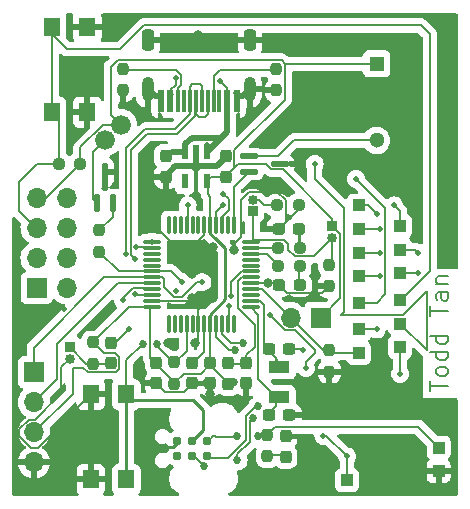
<source format=gtl>
G04 #@! TF.GenerationSoftware,KiCad,Pcbnew,8.0.1*
G04 #@! TF.CreationDate,2024-04-26T17:57:17-05:00*
G04 #@! TF.ProjectId,HCIPCB_ATSAMD21G18_template,48434950-4342-45f4-9154-53414d443231,rev?*
G04 #@! TF.SameCoordinates,Original*
G04 #@! TF.FileFunction,Copper,L1,Top*
G04 #@! TF.FilePolarity,Positive*
%FSLAX46Y46*%
G04 Gerber Fmt 4.6, Leading zero omitted, Abs format (unit mm)*
G04 Created by KiCad (PCBNEW 8.0.1) date 2024-04-26 17:57:17*
%MOMM*%
%LPD*%
G01*
G04 APERTURE LIST*
G04 Aperture macros list*
%AMRoundRect*
0 Rectangle with rounded corners*
0 $1 Rounding radius*
0 $2 $3 $4 $5 $6 $7 $8 $9 X,Y pos of 4 corners*
0 Add a 4 corners polygon primitive as box body*
4,1,4,$2,$3,$4,$5,$6,$7,$8,$9,$2,$3,0*
0 Add four circle primitives for the rounded corners*
1,1,$1+$1,$2,$3*
1,1,$1+$1,$4,$5*
1,1,$1+$1,$6,$7*
1,1,$1+$1,$8,$9*
0 Add four rect primitives between the rounded corners*
20,1,$1+$1,$2,$3,$4,$5,0*
20,1,$1+$1,$4,$5,$6,$7,0*
20,1,$1+$1,$6,$7,$8,$9,0*
20,1,$1+$1,$8,$9,$2,$3,0*%
G04 Aperture macros list end*
%ADD10C,0.200000*%
G04 #@! TA.AperFunction,NonConductor*
%ADD11C,0.200000*%
G04 #@! TD*
G04 #@! TA.AperFunction,ComponentPad*
%ADD12R,0.850000X0.850000*%
G04 #@! TD*
G04 #@! TA.AperFunction,ComponentPad*
%ADD13O,0.850000X0.850000*%
G04 #@! TD*
G04 #@! TA.AperFunction,SMDPad,CuDef*
%ADD14R,1.000000X1.000000*%
G04 #@! TD*
G04 #@! TA.AperFunction,SMDPad,CuDef*
%ADD15RoundRect,0.237500X-0.237500X0.287500X-0.237500X-0.287500X0.237500X-0.287500X0.237500X0.287500X0*%
G04 #@! TD*
G04 #@! TA.AperFunction,SMDPad,CuDef*
%ADD16RoundRect,0.237500X-0.250000X-0.237500X0.250000X-0.237500X0.250000X0.237500X-0.250000X0.237500X0*%
G04 #@! TD*
G04 #@! TA.AperFunction,SMDPad,CuDef*
%ADD17RoundRect,0.237500X-0.237500X0.300000X-0.237500X-0.300000X0.237500X-0.300000X0.237500X0.300000X0*%
G04 #@! TD*
G04 #@! TA.AperFunction,SMDPad,CuDef*
%ADD18RoundRect,0.075000X0.662500X0.075000X-0.662500X0.075000X-0.662500X-0.075000X0.662500X-0.075000X0*%
G04 #@! TD*
G04 #@! TA.AperFunction,SMDPad,CuDef*
%ADD19RoundRect,0.075000X0.075000X0.662500X-0.075000X0.662500X-0.075000X-0.662500X0.075000X-0.662500X0*%
G04 #@! TD*
G04 #@! TA.AperFunction,SMDPad,CuDef*
%ADD20RoundRect,0.237500X0.237500X-0.287500X0.237500X0.287500X-0.237500X0.287500X-0.237500X-0.287500X0*%
G04 #@! TD*
G04 #@! TA.AperFunction,SMDPad,CuDef*
%ADD21RoundRect,0.237500X-0.237500X0.250000X-0.237500X-0.250000X0.237500X-0.250000X0.237500X0.250000X0*%
G04 #@! TD*
G04 #@! TA.AperFunction,SMDPad,CuDef*
%ADD22RoundRect,0.237500X-0.287500X-0.237500X0.287500X-0.237500X0.287500X0.237500X-0.287500X0.237500X0*%
G04 #@! TD*
G04 #@! TA.AperFunction,SMDPad,CuDef*
%ADD23RoundRect,0.237500X0.237500X-0.250000X0.237500X0.250000X-0.237500X0.250000X-0.237500X-0.250000X0*%
G04 #@! TD*
G04 #@! TA.AperFunction,SMDPad,CuDef*
%ADD24RoundRect,0.237500X-0.300000X-0.237500X0.300000X-0.237500X0.300000X0.237500X-0.300000X0.237500X0*%
G04 #@! TD*
G04 #@! TA.AperFunction,SMDPad,CuDef*
%ADD25R,0.600000X1.920000*%
G04 #@! TD*
G04 #@! TA.AperFunction,SMDPad,CuDef*
%ADD26R,0.300000X1.920000*%
G04 #@! TD*
G04 #@! TA.AperFunction,ComponentPad*
%ADD27O,1.000000X2.100000*%
G04 #@! TD*
G04 #@! TA.AperFunction,ComponentPad*
%ADD28RoundRect,0.250000X0.250000X0.650000X-0.250000X0.650000X-0.250000X-0.650000X0.250000X-0.650000X0*%
G04 #@! TD*
G04 #@! TA.AperFunction,ComponentPad*
%ADD29R,1.300000X1.300000*%
G04 #@! TD*
G04 #@! TA.AperFunction,ComponentPad*
%ADD30C,1.300000*%
G04 #@! TD*
G04 #@! TA.AperFunction,SMDPad,CuDef*
%ADD31R,1.400000X1.600000*%
G04 #@! TD*
G04 #@! TA.AperFunction,SMDPad,CuDef*
%ADD32RoundRect,0.112500X-0.112500X-0.637500X0.112500X-0.637500X0.112500X0.637500X-0.112500X0.637500X0*%
G04 #@! TD*
G04 #@! TA.AperFunction,ComponentPad*
%ADD33R,1.700000X1.700000*%
G04 #@! TD*
G04 #@! TA.AperFunction,ComponentPad*
%ADD34O,1.700000X1.700000*%
G04 #@! TD*
G04 #@! TA.AperFunction,SMDPad,CuDef*
%ADD35RoundRect,0.237500X0.237500X-0.300000X0.237500X0.300000X-0.237500X0.300000X-0.237500X-0.300000X0*%
G04 #@! TD*
G04 #@! TA.AperFunction,SMDPad,CuDef*
%ADD36RoundRect,0.237500X0.250000X0.237500X-0.250000X0.237500X-0.250000X-0.237500X0.250000X-0.237500X0*%
G04 #@! TD*
G04 #@! TA.AperFunction,ComponentPad*
%ADD37C,1.676400*%
G04 #@! TD*
G04 #@! TA.AperFunction,SMDPad,CuDef*
%ADD38R,0.600000X1.200000*%
G04 #@! TD*
G04 #@! TA.AperFunction,SMDPad,CuDef*
%ADD39RoundRect,0.112500X-0.637500X0.112500X-0.637500X-0.112500X0.637500X-0.112500X0.637500X0.112500X0*%
G04 #@! TD*
G04 #@! TA.AperFunction,ConnectorPad*
%ADD40C,0.787400*%
G04 #@! TD*
G04 #@! TA.AperFunction,SMDPad,CuDef*
%ADD41R,1.800000X1.000000*%
G04 #@! TD*
G04 #@! TA.AperFunction,ViaPad*
%ADD42C,0.800000*%
G04 #@! TD*
G04 #@! TA.AperFunction,ViaPad*
%ADD43C,0.500000*%
G04 #@! TD*
G04 #@! TA.AperFunction,ViaPad*
%ADD44C,0.685800*%
G04 #@! TD*
G04 #@! TA.AperFunction,Conductor*
%ADD45C,0.200000*%
G04 #@! TD*
G04 #@! TA.AperFunction,Conductor*
%ADD46C,0.500000*%
G04 #@! TD*
G04 #@! TA.AperFunction,Conductor*
%ADD47C,0.250000*%
G04 #@! TD*
G04 #@! TA.AperFunction,Conductor*
%ADD48C,0.254000*%
G04 #@! TD*
G04 #@! TA.AperFunction,Conductor*
%ADD49C,0.152400*%
G04 #@! TD*
G04 APERTURE END LIST*
D10*
D11*
X141056028Y-110725564D02*
X141056028Y-109868422D01*
X142556028Y-110296993D02*
X141056028Y-110296993D01*
X142556028Y-109154136D02*
X142484600Y-109296993D01*
X142484600Y-109296993D02*
X142413171Y-109368422D01*
X142413171Y-109368422D02*
X142270314Y-109439850D01*
X142270314Y-109439850D02*
X141841742Y-109439850D01*
X141841742Y-109439850D02*
X141698885Y-109368422D01*
X141698885Y-109368422D02*
X141627457Y-109296993D01*
X141627457Y-109296993D02*
X141556028Y-109154136D01*
X141556028Y-109154136D02*
X141556028Y-108939850D01*
X141556028Y-108939850D02*
X141627457Y-108796993D01*
X141627457Y-108796993D02*
X141698885Y-108725565D01*
X141698885Y-108725565D02*
X141841742Y-108654136D01*
X141841742Y-108654136D02*
X142270314Y-108654136D01*
X142270314Y-108654136D02*
X142413171Y-108725565D01*
X142413171Y-108725565D02*
X142484600Y-108796993D01*
X142484600Y-108796993D02*
X142556028Y-108939850D01*
X142556028Y-108939850D02*
X142556028Y-109154136D01*
X142556028Y-107368422D02*
X141056028Y-107368422D01*
X142484600Y-107368422D02*
X142556028Y-107511279D01*
X142556028Y-107511279D02*
X142556028Y-107796993D01*
X142556028Y-107796993D02*
X142484600Y-107939850D01*
X142484600Y-107939850D02*
X142413171Y-108011279D01*
X142413171Y-108011279D02*
X142270314Y-108082707D01*
X142270314Y-108082707D02*
X141841742Y-108082707D01*
X141841742Y-108082707D02*
X141698885Y-108011279D01*
X141698885Y-108011279D02*
X141627457Y-107939850D01*
X141627457Y-107939850D02*
X141556028Y-107796993D01*
X141556028Y-107796993D02*
X141556028Y-107511279D01*
X141556028Y-107511279D02*
X141627457Y-107368422D01*
X142556028Y-106011279D02*
X141056028Y-106011279D01*
X142484600Y-106011279D02*
X142556028Y-106154136D01*
X142556028Y-106154136D02*
X142556028Y-106439850D01*
X142556028Y-106439850D02*
X142484600Y-106582707D01*
X142484600Y-106582707D02*
X142413171Y-106654136D01*
X142413171Y-106654136D02*
X142270314Y-106725564D01*
X142270314Y-106725564D02*
X141841742Y-106725564D01*
X141841742Y-106725564D02*
X141698885Y-106654136D01*
X141698885Y-106654136D02*
X141627457Y-106582707D01*
X141627457Y-106582707D02*
X141556028Y-106439850D01*
X141556028Y-106439850D02*
X141556028Y-106154136D01*
X141556028Y-106154136D02*
X141627457Y-106011279D01*
X141056028Y-104368421D02*
X141056028Y-103511279D01*
X142556028Y-103939850D02*
X141056028Y-103939850D01*
X142556028Y-102368422D02*
X141770314Y-102368422D01*
X141770314Y-102368422D02*
X141627457Y-102439850D01*
X141627457Y-102439850D02*
X141556028Y-102582707D01*
X141556028Y-102582707D02*
X141556028Y-102868422D01*
X141556028Y-102868422D02*
X141627457Y-103011279D01*
X142484600Y-102368422D02*
X142556028Y-102511279D01*
X142556028Y-102511279D02*
X142556028Y-102868422D01*
X142556028Y-102868422D02*
X142484600Y-103011279D01*
X142484600Y-103011279D02*
X142341742Y-103082707D01*
X142341742Y-103082707D02*
X142198885Y-103082707D01*
X142198885Y-103082707D02*
X142056028Y-103011279D01*
X142056028Y-103011279D02*
X141984600Y-102868422D01*
X141984600Y-102868422D02*
X141984600Y-102511279D01*
X141984600Y-102511279D02*
X141913171Y-102368422D01*
X141556028Y-101654136D02*
X142556028Y-101654136D01*
X141698885Y-101654136D02*
X141627457Y-101582707D01*
X141627457Y-101582707D02*
X141556028Y-101439850D01*
X141556028Y-101439850D02*
X141556028Y-101225564D01*
X141556028Y-101225564D02*
X141627457Y-101082707D01*
X141627457Y-101082707D02*
X141770314Y-101011279D01*
X141770314Y-101011279D02*
X142556028Y-101011279D01*
D12*
X110500000Y-107000000D03*
D13*
X110500000Y-108000000D03*
D14*
X135000000Y-99000000D03*
X135000000Y-105500000D03*
D15*
X128800000Y-114525000D03*
X128800000Y-116275000D03*
D14*
X138500000Y-96750000D03*
D16*
X128162500Y-100156750D03*
X129987500Y-100156750D03*
D14*
X138500000Y-98750000D03*
D17*
X117856000Y-108331500D03*
X117856000Y-110056500D03*
D18*
X125828500Y-103588000D03*
X125828500Y-103088000D03*
X125828500Y-102588000D03*
X125828500Y-102088000D03*
X125828500Y-101588000D03*
X125828500Y-101088000D03*
X125828500Y-100588000D03*
X125828500Y-100088000D03*
X125828500Y-99588000D03*
X125828500Y-99088000D03*
X125828500Y-98588000D03*
X125828500Y-98088000D03*
D19*
X124416000Y-96675500D03*
X123916000Y-96675500D03*
X123416000Y-96675500D03*
X122916000Y-96675500D03*
X122416000Y-96675500D03*
X121916000Y-96675500D03*
X121416000Y-96675500D03*
X120916000Y-96675500D03*
X120416000Y-96675500D03*
X119916000Y-96675500D03*
X119416000Y-96675500D03*
X118916000Y-96675500D03*
D18*
X117503500Y-98088000D03*
X117503500Y-98588000D03*
X117503500Y-99088000D03*
X117503500Y-99588000D03*
X117503500Y-100088000D03*
X117503500Y-100588000D03*
X117503500Y-101088000D03*
X117503500Y-101588000D03*
X117503500Y-102088000D03*
X117503500Y-102588000D03*
X117503500Y-103088000D03*
X117503500Y-103588000D03*
D19*
X118916000Y-105000500D03*
X119416000Y-105000500D03*
X119916000Y-105000500D03*
X120416000Y-105000500D03*
X120916000Y-105000500D03*
X121416000Y-105000500D03*
X121916000Y-105000500D03*
X122416000Y-105000500D03*
X122916000Y-105000500D03*
X123416000Y-105000500D03*
X123916000Y-105000500D03*
X124416000Y-105000500D03*
D20*
X123952000Y-110082000D03*
X123952000Y-108332000D03*
D21*
X132500000Y-100000000D03*
X132500000Y-101825000D03*
D22*
X128212500Y-97000000D03*
X129962500Y-97000000D03*
X128229886Y-101750000D03*
X129979886Y-101750000D03*
D23*
X112500000Y-108412500D03*
X112500000Y-106587500D03*
D24*
X127387500Y-107168000D03*
X129112500Y-107168000D03*
D17*
X122428000Y-108344500D03*
X122428000Y-110069500D03*
X125476000Y-108344500D03*
X125476000Y-110069500D03*
D25*
X124643119Y-86139999D03*
X123843119Y-86139999D03*
D26*
X122693119Y-86139999D03*
X121693119Y-86139999D03*
X121193119Y-86139999D03*
X120193119Y-86139999D03*
D25*
X118243119Y-86139999D03*
X119043119Y-86139999D03*
D26*
X119693119Y-86139999D03*
X120693119Y-86139999D03*
X122193119Y-86139999D03*
X123193119Y-86139999D03*
D27*
X125763119Y-85179999D03*
X117123119Y-85179999D03*
D28*
X125763119Y-80999999D03*
X117123119Y-80999999D03*
D14*
X135000000Y-103250000D03*
D29*
X136500000Y-83000000D03*
D30*
X136500000Y-89500000D03*
D14*
X138500000Y-103000000D03*
D31*
X109000000Y-87100000D03*
X109000000Y-79900000D03*
X112000000Y-87100000D03*
X112000000Y-79900000D03*
D21*
X127254000Y-114403500D03*
X127254000Y-116228500D03*
D32*
X112850000Y-94830000D03*
X114150000Y-94830000D03*
X113500000Y-92170000D03*
D21*
X128016000Y-83435500D03*
X128016000Y-85260500D03*
D14*
X135000000Y-97000000D03*
X134000000Y-118250000D03*
D33*
X107500000Y-109130000D03*
D34*
X107500000Y-111670000D03*
X107500000Y-114210000D03*
X107500000Y-116750000D03*
D35*
X118660000Y-92562500D03*
X118660000Y-90837500D03*
D14*
X138500000Y-107000000D03*
D35*
X114000000Y-108362500D03*
X114000000Y-106637500D03*
X123740000Y-92562500D03*
X123740000Y-90837500D03*
D12*
X126000000Y-95500000D03*
D13*
X126000000Y-94500000D03*
D36*
X111412500Y-91500000D03*
X109587500Y-91500000D03*
D16*
X128175000Y-98600000D03*
X130000000Y-98600000D03*
D17*
X120904000Y-108344500D03*
X120904000Y-110069500D03*
D21*
X132500000Y-107250000D03*
X132500000Y-109075000D03*
D14*
X135000000Y-107500000D03*
D31*
X115300000Y-111000000D03*
X115300000Y-118200000D03*
X112300000Y-111000000D03*
X112300000Y-118200000D03*
D21*
X115000000Y-83435500D03*
X115000000Y-85260500D03*
D37*
X114858900Y-88148720D03*
X113500000Y-89500000D03*
D14*
X135000000Y-95000000D03*
D38*
X122150000Y-90450000D03*
X121200000Y-90450000D03*
X120250000Y-90450000D03*
X120250000Y-92950000D03*
X122150000Y-92950000D03*
D24*
X127387500Y-112756000D03*
X129112500Y-112756000D03*
D14*
X138500000Y-100750000D03*
D33*
X107710000Y-102000000D03*
D34*
X110250000Y-102000000D03*
X107710000Y-99460000D03*
X110250000Y-99460000D03*
X107710000Y-96920000D03*
X110250000Y-96920000D03*
X107710000Y-94380000D03*
X110250000Y-94380000D03*
D33*
X131750000Y-104500000D03*
D34*
X129210000Y-104500000D03*
D39*
X125670000Y-90850000D03*
X125670000Y-92150000D03*
X128330000Y-91500000D03*
D23*
X113000000Y-98912500D03*
X113000000Y-97087500D03*
D12*
X132750000Y-96750000D03*
D13*
X132750000Y-97750000D03*
D14*
X141750000Y-115500000D03*
D40*
X122174000Y-114935000D03*
X122174000Y-116205000D03*
X120904000Y-114935000D03*
X120904000Y-116205000D03*
X119634000Y-114935000D03*
X119634000Y-116205000D03*
D14*
X141750000Y-117500000D03*
X135000000Y-101000000D03*
D41*
X128250000Y-108712000D03*
X128250000Y-111212000D03*
D23*
X119380000Y-110106500D03*
X119380000Y-108281500D03*
D14*
X138500000Y-105000000D03*
D16*
X128087500Y-95000000D03*
X129912500Y-95000000D03*
D42*
X120904000Y-100838000D03*
X127300000Y-101600000D03*
D43*
X127500000Y-93500000D03*
D42*
X124460000Y-98750000D03*
X120904000Y-98552000D03*
X130556000Y-118618000D03*
X117094000Y-113030000D03*
D43*
X110750000Y-88750000D03*
X114250000Y-79750000D03*
D42*
X118872000Y-106680000D03*
D43*
X119500000Y-102250000D03*
X130250000Y-107250000D03*
D42*
X120904000Y-102870000D03*
D43*
X110750000Y-113000000D03*
D42*
X122682000Y-102870000D03*
D43*
X117750000Y-96750000D03*
X127000000Y-97000000D03*
D42*
X122682000Y-100838000D03*
X122682000Y-98552000D03*
X121158000Y-106680000D03*
D43*
X113500000Y-104250000D03*
D42*
X121412000Y-80538000D03*
X116586000Y-108966000D03*
X121200000Y-91700000D03*
D43*
X113500000Y-92000000D03*
D42*
X122428000Y-110998000D03*
D43*
X110000000Y-103750000D03*
D44*
X126492000Y-114554000D03*
X124460000Y-109982000D03*
X124714000Y-114554000D03*
D43*
X119500000Y-84250000D03*
X123250000Y-84500000D03*
D44*
X125222000Y-106680000D03*
X126492000Y-112014000D03*
X124500000Y-107249400D03*
X124714000Y-116586000D03*
X126045400Y-113030000D03*
X121911343Y-117027691D03*
D43*
X116000000Y-102500000D03*
X115250943Y-99119639D03*
X116000000Y-99500000D03*
X115000000Y-103000000D03*
D44*
X116700000Y-106700000D03*
X117900000Y-106700000D03*
D43*
X124000000Y-103500000D03*
X115500000Y-105500000D03*
X136500000Y-105500000D03*
X123500000Y-95000000D03*
X136500000Y-95750000D03*
X123500000Y-94000000D03*
X136750000Y-97000000D03*
X117503500Y-98061001D03*
X131250000Y-91500000D03*
X116156400Y-98538001D03*
X138500000Y-109250000D03*
X120500000Y-95000000D03*
X138000000Y-95000000D03*
X140000000Y-100750000D03*
X140000000Y-99000000D03*
X121750000Y-101500000D03*
X134750000Y-92750000D03*
X125670000Y-92150000D03*
X120000000Y-101500000D03*
X136750000Y-101000000D03*
X136750000Y-99000000D03*
X130500000Y-108750000D03*
X127500000Y-104250000D03*
X124202000Y-102704000D03*
X132000000Y-114500000D03*
X134000000Y-116250000D03*
D45*
X121916000Y-107420000D02*
X121916000Y-105000500D01*
X120904000Y-108432000D02*
X121916000Y-107420000D01*
D46*
X121200000Y-91700000D02*
X121200000Y-90450000D01*
D45*
X129912500Y-95000000D02*
X129912500Y-95300000D01*
X107800000Y-115500000D02*
X112300000Y-111000000D01*
X120152500Y-110821000D02*
X118620500Y-110821000D01*
D46*
X122965000Y-91700000D02*
X123740000Y-90925000D01*
D45*
X121416000Y-106422000D02*
X121416000Y-105000500D01*
X128802000Y-96410500D02*
X128212500Y-97000000D01*
X121916000Y-97540000D02*
X121916000Y-96675500D01*
X117750000Y-96750000D02*
X119552000Y-98552000D01*
X129112500Y-107168000D02*
X130168000Y-107168000D01*
X120904000Y-102870000D02*
X121416000Y-103382000D01*
X109804000Y-110889109D02*
X107560109Y-113133000D01*
X120904000Y-98552000D02*
X121916000Y-97540000D01*
X120904000Y-110069500D02*
X120152500Y-110821000D01*
X125729932Y-93848000D02*
X128086482Y-93848000D01*
X118620500Y-110821000D02*
X117856000Y-110056500D01*
X128086482Y-93848000D02*
X128802000Y-94563518D01*
D47*
X119272179Y-115423821D02*
X117455821Y-115423821D01*
D46*
X118243119Y-85754999D02*
X117698119Y-85754999D01*
D45*
X121158000Y-106680000D02*
X121416000Y-106422000D01*
D46*
X119435000Y-91700000D02*
X118660000Y-92475000D01*
X125188119Y-85754999D02*
X125763119Y-85179999D01*
D45*
X124460000Y-98750000D02*
X124460000Y-98289830D01*
X130168000Y-107168000D02*
X130250000Y-107250000D01*
D46*
X124643119Y-85754999D02*
X125188119Y-85754999D01*
D45*
X106250000Y-113936891D02*
X106250000Y-114483109D01*
X128931886Y-102452000D02*
X128229886Y-101750000D01*
D46*
X121200000Y-91700000D02*
X119435000Y-91700000D01*
D45*
X124460000Y-98289830D02*
X125038830Y-97711000D01*
X119852000Y-103088000D02*
X120686000Y-103088000D01*
X131873000Y-102452000D02*
X128931886Y-102452000D01*
X124412000Y-85424000D02*
X124392000Y-85444000D01*
X121416000Y-103382000D02*
X121416000Y-105000500D01*
X110500000Y-108000000D02*
X109804000Y-108696000D01*
X128245255Y-101588000D02*
X128317386Y-101660131D01*
X117503500Y-103088000D02*
X119852000Y-103088000D01*
X106250000Y-114483109D02*
X107266891Y-115500000D01*
X128802000Y-94563518D02*
X128802000Y-96410500D01*
X107560109Y-113133000D02*
X107053891Y-113133000D01*
X107053891Y-113133000D02*
X106250000Y-113936891D01*
X125828500Y-101588000D02*
X128245255Y-101588000D01*
X109804000Y-108696000D02*
X109804000Y-110889109D01*
D46*
X117698119Y-85754999D02*
X117123119Y-85179999D01*
D47*
X119761000Y-114935000D02*
X119272179Y-115423821D01*
D45*
X120686000Y-103088000D02*
X120904000Y-102870000D01*
X125730000Y-110236000D02*
X125476000Y-109982000D01*
X107266891Y-115500000D02*
X107800000Y-115500000D01*
X125038830Y-97711000D02*
X125038830Y-94539102D01*
D46*
X121200000Y-91700000D02*
X122965000Y-91700000D01*
D45*
X119552000Y-98552000D02*
X120904000Y-98552000D01*
X125038830Y-94539102D02*
X125729932Y-93848000D01*
X132500000Y-101825000D02*
X131873000Y-102452000D01*
X129912500Y-95300000D02*
X128212500Y-97000000D01*
X126165480Y-105083480D02*
X125046520Y-103964520D01*
X125463500Y-108419500D02*
X125476000Y-108432000D01*
X125476000Y-107696000D02*
X126164960Y-107007040D01*
X126165480Y-105822968D02*
X126165480Y-105083480D01*
X123952000Y-108419500D02*
X125463500Y-108419500D01*
X125041107Y-103964520D02*
X124791480Y-103714893D01*
X125476000Y-108432000D02*
X125476000Y-107696000D01*
X125046520Y-103964520D02*
X125041107Y-103964520D01*
X126164960Y-105823488D02*
X126165480Y-105822968D01*
X125061349Y-101088000D02*
X125828500Y-101088000D01*
X124791480Y-101357869D02*
X125061349Y-101088000D01*
X124791480Y-103714893D02*
X124791480Y-101357869D01*
X126164960Y-107007040D02*
X126164960Y-105823488D01*
X132750000Y-96750000D02*
X132750000Y-96125000D01*
X124442000Y-91860500D02*
X123740000Y-92562500D01*
X128577000Y-91952000D02*
X127548756Y-91952000D01*
X140023000Y-113773000D02*
X127884500Y-113773000D01*
X111412500Y-90081079D02*
X113344859Y-88148720D01*
X124802500Y-91500000D02*
X124442000Y-91860500D01*
X141750000Y-115500000D02*
X140023000Y-113773000D01*
X113344859Y-88148720D02*
X114858900Y-88148720D01*
X112063518Y-109127000D02*
X114436482Y-109127000D01*
X122416000Y-96675500D02*
X122416000Y-94255175D01*
D48*
X123698000Y-98643795D02*
X122844205Y-97790000D01*
D45*
X110770068Y-110939932D02*
X110770068Y-108729932D01*
X122216000Y-92884000D02*
X122216000Y-94055175D01*
X133402000Y-102848000D02*
X131750000Y-104500000D01*
X127884500Y-113773000D02*
X127254000Y-114403500D01*
X124447500Y-109994500D02*
X123952000Y-109994500D01*
X123843000Y-92475000D02*
X123740000Y-92475000D01*
X113412500Y-107500000D02*
X112500000Y-106587500D01*
X107710000Y-94380000D02*
X108532500Y-94380000D01*
X114858900Y-88148720D02*
X114020701Y-87310521D01*
X128718000Y-82986518D02*
X128718000Y-86062518D01*
X127191000Y-114554000D02*
X127254000Y-114491000D01*
X107500000Y-114210000D02*
X110770068Y-110939932D01*
X127096756Y-91500000D02*
X124802500Y-91500000D01*
X117330589Y-107893589D02*
X117330589Y-103760911D01*
D48*
X122844205Y-97790000D02*
X122828403Y-97790000D01*
D45*
X117856000Y-108419000D02*
X117330589Y-107893589D01*
X114702000Y-108861482D02*
X114702000Y-107863518D01*
X128452482Y-82721000D02*
X128718000Y-82986518D01*
X111412500Y-91500000D02*
X111412500Y-90081079D01*
X121627520Y-109232480D02*
X122428000Y-108432000D01*
X123631500Y-92583500D02*
X122516500Y-92583500D01*
X122921394Y-114554000D02*
X122682000Y-114554000D01*
X122516500Y-92583500D02*
X122216000Y-92884000D01*
D48*
X122416000Y-97377597D02*
X122416000Y-96675500D01*
D45*
X124701029Y-114566971D02*
X122934365Y-114566971D01*
X124714000Y-114554000D02*
X124701029Y-114566971D01*
X122416000Y-94255175D02*
X122216000Y-94055175D01*
X127548756Y-91952000D02*
X127096756Y-91500000D01*
D48*
X122416000Y-105000500D02*
X122416000Y-104233103D01*
D45*
X114338482Y-107500000D02*
X114702000Y-107863518D01*
X122682000Y-114554000D02*
X122301000Y-114935000D01*
X110770068Y-108729932D02*
X111666450Y-108729932D01*
X132750000Y-96750000D02*
X133402000Y-97402000D01*
D48*
X122416000Y-104233103D02*
X123698000Y-102951103D01*
D45*
X119380000Y-110019000D02*
X120166520Y-109232480D01*
X112500000Y-106587500D02*
X115499500Y-103588000D01*
X119380000Y-109943000D02*
X117856000Y-108419000D01*
X126492000Y-114554000D02*
X127191000Y-114554000D01*
X122416000Y-105000500D02*
X122416000Y-108420000D01*
D48*
X122828403Y-97790000D02*
X122416000Y-97377597D01*
D45*
X115499500Y-103588000D02*
X117503500Y-103588000D01*
X122428000Y-108432000D02*
X122428000Y-108470500D01*
X114020701Y-83263817D02*
X114563518Y-82721000D01*
X108532500Y-94380000D02*
X111412500Y-91500000D01*
X114436482Y-109127000D02*
X114702000Y-108861482D01*
X119380000Y-110019000D02*
X119380000Y-109943000D01*
X132750000Y-96125000D02*
X128577000Y-91952000D01*
X117330589Y-103760911D02*
X117503500Y-103588000D01*
D48*
X123698000Y-102951103D02*
X123698000Y-98643795D01*
D45*
X114020701Y-87310521D02*
X114020701Y-83263817D01*
X128731482Y-83000000D02*
X128718000Y-82986518D01*
X136500000Y-83000000D02*
X128731482Y-83000000D01*
X133402000Y-97402000D02*
X133402000Y-102848000D01*
X124460000Y-109982000D02*
X124447500Y-109994500D01*
X122428000Y-108470500D02*
X123952000Y-109994500D01*
X114563518Y-82721000D02*
X128452482Y-82721000D01*
X128718000Y-86062518D02*
X124442000Y-90338518D01*
X122416000Y-108420000D02*
X122428000Y-108432000D01*
X124442000Y-90338518D02*
X124442000Y-91860500D01*
X122934365Y-114566971D02*
X122921394Y-114554000D01*
X114338482Y-107500000D02*
X113412500Y-107500000D01*
X111666450Y-108729932D02*
X112063518Y-109127000D01*
X120166520Y-109232480D02*
X121627520Y-109232480D01*
X125828500Y-103588000D02*
X126492000Y-104251500D01*
X128016000Y-111252000D02*
X128016000Y-111981000D01*
X126491480Y-109727480D02*
X128016000Y-111252000D01*
X126492000Y-105958217D02*
X126491480Y-105958737D01*
X128016000Y-111981000D02*
X127241000Y-112756000D01*
X126491480Y-105958737D02*
X126491480Y-109727480D01*
X126492000Y-104251500D02*
X126492000Y-105958217D01*
X127000000Y-106934000D02*
X128016000Y-107950000D01*
X128016000Y-107950000D02*
X128016000Y-107970000D01*
D47*
X128016000Y-108478000D02*
X128250000Y-108712000D01*
X128016000Y-107970000D02*
X128016000Y-108478000D01*
D45*
X125828500Y-103088000D02*
X126631006Y-103088000D01*
X126631006Y-103088000D02*
X127000000Y-103456994D01*
X127000000Y-103456994D02*
X127000000Y-106934000D01*
D46*
X120250000Y-89908142D02*
X120250000Y-89829070D01*
X122150000Y-90450000D02*
X122150000Y-89922000D01*
D45*
X123250000Y-84500000D02*
X123843119Y-85093119D01*
D46*
X122150000Y-90450000D02*
X123740100Y-88859900D01*
D45*
X119043119Y-85754999D02*
X119250000Y-85548118D01*
D46*
X118660000Y-90925000D02*
X119135000Y-90450000D01*
X123350000Y-89250000D02*
X123740100Y-88859900D01*
D45*
X119043119Y-85263551D02*
X119043119Y-85754999D01*
X119500000Y-84806670D02*
X119043119Y-85263551D01*
D46*
X120829070Y-89250000D02*
X123350000Y-89250000D01*
X120250000Y-89829070D02*
X120829070Y-89250000D01*
X123843119Y-88756881D02*
X123843119Y-85754999D01*
X123740100Y-88859900D02*
X123843119Y-88756881D01*
D45*
X123843119Y-85088120D02*
X123843119Y-85750000D01*
X119500000Y-84250000D02*
X119500000Y-84806670D01*
D46*
X119135000Y-90450000D02*
X120250000Y-90450000D01*
X122150000Y-89950000D02*
X122150000Y-90308500D01*
D45*
X127254000Y-116141000D02*
X128740500Y-116141000D01*
X129900000Y-100156750D02*
X129900000Y-101643250D01*
D48*
X129912500Y-98600000D02*
X129912500Y-97137500D01*
X129912500Y-97137500D02*
X129875000Y-97100000D01*
D45*
X125828500Y-99088000D02*
X127181250Y-99088000D01*
X127181250Y-99088000D02*
X128250000Y-100156750D01*
X125840500Y-98600000D02*
X125828500Y-98588000D01*
X128262500Y-98600000D02*
X125840500Y-98600000D01*
X123416000Y-105916585D02*
X123416000Y-105000500D01*
X125476000Y-114859758D02*
X123920937Y-116414821D01*
X126492000Y-112014000D02*
X126256130Y-112014000D01*
X122510821Y-116414821D02*
X122301000Y-116205000D01*
X126256130Y-112014000D02*
X125476000Y-112794130D01*
X125476000Y-112794130D02*
X125476000Y-114859758D01*
X125222000Y-106680000D02*
X124179415Y-106680000D01*
X124179415Y-106680000D02*
X123416000Y-105916585D01*
X123920937Y-116414821D02*
X122510821Y-116414821D01*
X125802520Y-113272880D02*
X125802520Y-114995008D01*
X121911343Y-117027691D02*
X121853691Y-117027691D01*
X125802520Y-114995008D02*
X124714000Y-116083528D01*
X121853691Y-117027691D02*
X121031000Y-116205000D01*
X123999400Y-107249400D02*
X122916000Y-106166000D01*
X122916000Y-106166000D02*
X122916000Y-105000500D01*
X124500000Y-107249400D02*
X123999400Y-107249400D01*
X126045400Y-113030000D02*
X125802520Y-113272880D01*
X124714000Y-116083528D02*
X124714000Y-116586000D01*
D49*
X119415830Y-88546800D02*
X120739919Y-87222711D01*
X116748979Y-102541201D02*
X117456701Y-102541201D01*
X121693119Y-84908359D02*
X121693119Y-85754999D01*
X120739919Y-86226799D02*
X120693119Y-86179999D01*
X121534760Y-84750000D02*
X121693119Y-84908359D01*
D45*
X117456701Y-102541201D02*
X117397902Y-102600000D01*
D49*
X117503500Y-102588000D02*
X117456701Y-102541201D01*
X115296800Y-90165830D02*
X116915830Y-88546800D01*
X116915830Y-88546800D02*
X119415830Y-88546800D01*
X116088000Y-102588000D02*
X117503500Y-102588000D01*
X120693119Y-84965240D02*
X120908359Y-84750000D01*
X115250943Y-99119639D02*
X115296800Y-99073782D01*
X115296800Y-99073782D02*
X115296800Y-90165830D01*
X120739919Y-87222711D02*
X120739919Y-86996799D01*
X120693119Y-86949999D02*
X120693119Y-86139999D01*
X120693119Y-86139999D02*
X120693119Y-84965240D01*
X120739919Y-86996799D02*
X120693119Y-86949999D01*
X120693119Y-86179999D02*
X120693119Y-85754999D01*
X116000000Y-102500000D02*
X116088000Y-102588000D01*
X120908359Y-84750000D02*
X121534760Y-84750000D01*
X120739919Y-86472711D02*
X120739919Y-86226799D01*
X121146319Y-86996799D02*
X121146319Y-87391051D01*
X121193119Y-86139999D02*
X121193119Y-86949999D01*
X115000000Y-102859078D02*
X115859078Y-102000000D01*
X121146319Y-87391051D02*
X119584170Y-88953200D01*
X115859078Y-102000000D02*
X117415500Y-102000000D01*
D45*
X117456701Y-102134799D02*
X117421902Y-102100000D01*
D49*
X122193119Y-87252399D02*
X122193119Y-86139999D01*
X121945518Y-87500000D02*
X122193119Y-87252399D01*
X121193119Y-86949999D02*
X121146319Y-86996799D01*
X115703200Y-90334170D02*
X115703200Y-99203200D01*
X119584170Y-88953200D02*
X117084170Y-88953200D01*
X115000000Y-103000000D02*
X115000000Y-102859078D01*
X117503500Y-102088000D02*
X117456701Y-102134799D01*
X116917285Y-102134799D02*
X117456701Y-102134799D01*
X121193119Y-87252399D02*
X121440720Y-87500000D01*
X115703200Y-99203200D02*
X116000000Y-99500000D01*
X121440720Y-87500000D02*
X121945518Y-87500000D01*
X117084170Y-88953200D02*
X115703200Y-90334170D01*
X117415500Y-102000000D02*
X117503500Y-102088000D01*
X121193119Y-86139999D02*
X121193119Y-87252399D01*
D48*
X119581210Y-111506000D02*
X119621181Y-111466029D01*
X115806000Y-111506000D02*
X119581210Y-111506000D01*
X115300000Y-111000000D02*
X115806000Y-111506000D01*
D45*
X117900000Y-106889000D02*
X119380000Y-108369000D01*
X119380000Y-108369000D02*
X120416000Y-107333000D01*
D48*
X119621181Y-111466029D02*
X120963877Y-111466029D01*
X115300000Y-111000000D02*
X115300000Y-118200000D01*
D45*
X117900000Y-106700000D02*
X117900000Y-106889000D01*
D48*
X120963877Y-111466029D02*
X121832971Y-112335123D01*
D45*
X120416000Y-107333000D02*
X120416000Y-105000500D01*
X115300000Y-108100000D02*
X115300000Y-111000000D01*
D48*
X121832971Y-114006029D02*
X120904000Y-114935000D01*
X121832971Y-112335123D02*
X121832971Y-114006029D01*
D45*
X116700000Y-106700000D02*
X115300000Y-108100000D01*
X112500000Y-108412500D02*
X113950000Y-108412500D01*
X111912500Y-108412500D02*
X112500000Y-108412500D01*
X113950000Y-108412500D02*
X114000000Y-108362500D01*
X110500000Y-107000000D02*
X111912500Y-108412500D01*
X124000000Y-103500000D02*
X124000000Y-104916500D01*
X114362500Y-106637500D02*
X115500000Y-105500000D01*
X124000000Y-104916500D02*
X123916000Y-105000500D01*
X114000000Y-106637500D02*
X114362500Y-106637500D01*
X135000000Y-105500000D02*
X136500000Y-105500000D01*
X122916000Y-95584000D02*
X122916000Y-96675500D01*
X135000000Y-95000000D02*
X135750000Y-95000000D01*
X135750000Y-95000000D02*
X136500000Y-95750000D01*
X123500000Y-95000000D02*
X122916000Y-95584000D01*
X123500000Y-94000000D02*
X123977000Y-94477000D01*
X123977000Y-94477000D02*
X123977000Y-95377001D01*
X123977000Y-95377001D02*
X123416000Y-95938001D01*
X135000000Y-97000000D02*
X136750000Y-97000000D01*
X123416000Y-95938001D02*
X123416000Y-96675500D01*
X123500000Y-96591500D02*
X123416000Y-96675500D01*
X133500000Y-104250000D02*
X133729000Y-104021000D01*
X133729000Y-95250000D02*
X133729000Y-95229000D01*
X138500000Y-105000000D02*
X140724028Y-107224028D01*
X140724028Y-107224028D02*
X140724028Y-102229972D01*
X133729000Y-95250000D02*
X131250000Y-92771000D01*
X131250000Y-92771000D02*
X131250000Y-91500000D01*
X140724028Y-102229972D02*
X138704000Y-104250000D01*
X138704000Y-104250000D02*
X133500000Y-104250000D01*
X133729000Y-104021000D02*
X133729000Y-95250000D01*
X116156400Y-98538001D02*
X117453501Y-98538001D01*
X117453501Y-98538001D02*
X117503500Y-98588000D01*
X138500000Y-107000000D02*
X138500000Y-109250000D01*
X118170170Y-98588000D02*
X117503500Y-98588000D01*
X138500000Y-96750000D02*
X138500000Y-95500000D01*
X120500000Y-95000000D02*
X120500000Y-96591500D01*
X120500000Y-96591500D02*
X120416000Y-96675500D01*
X138500000Y-95500000D02*
X138000000Y-95000000D01*
X138535134Y-103000000D02*
X141000000Y-100535134D01*
X140250000Y-79750000D02*
X116791612Y-79750000D01*
X106250000Y-95500000D02*
X106250000Y-93000000D01*
X109587500Y-91500000D02*
X109587500Y-87687500D01*
X107750000Y-91500000D02*
X109587500Y-91500000D01*
X138500000Y-103000000D02*
X138535134Y-103000000D01*
X109000000Y-79900000D02*
X109000000Y-87100000D01*
X114791612Y-81750000D02*
X110250000Y-81750000D01*
X141000000Y-80500000D02*
X140250000Y-79750000D01*
X107710000Y-96920000D02*
X107670000Y-96920000D01*
X109000000Y-80500000D02*
X109000000Y-79900000D01*
X110250000Y-81750000D02*
X109000000Y-80500000D01*
X141000000Y-100535134D02*
X141000000Y-80500000D01*
X116791612Y-79750000D02*
X114791612Y-81750000D01*
X109587500Y-87687500D02*
X109000000Y-87100000D01*
X107670000Y-96920000D02*
X106250000Y-95500000D01*
X106250000Y-93000000D02*
X107750000Y-91500000D01*
X132750000Y-107500000D02*
X132500000Y-107250000D01*
X131960000Y-107250000D02*
X129210000Y-104500000D01*
X135000000Y-107500000D02*
X132750000Y-107500000D01*
X129210000Y-104500000D02*
X126798000Y-102088000D01*
X126798000Y-102088000D02*
X125828500Y-102088000D01*
X132500000Y-107250000D02*
X131960000Y-107250000D01*
X138500000Y-100750000D02*
X140000000Y-100750000D01*
X107500000Y-111670000D02*
X109477000Y-109693000D01*
X109477000Y-106719000D02*
X114608000Y-101588000D01*
X109477000Y-109693000D02*
X109477000Y-106719000D01*
X114608000Y-101588000D02*
X117503500Y-101588000D01*
X120023000Y-102727000D02*
X119302420Y-102727000D01*
X138500000Y-98750000D02*
X139750000Y-98750000D01*
X119302420Y-102727000D02*
X118500000Y-101924580D01*
X118338000Y-101088000D02*
X117503500Y-101088000D01*
X121250000Y-101500000D02*
X120023000Y-102727000D01*
X121750000Y-101500000D02*
X121250000Y-101500000D01*
X118500000Y-101924580D02*
X118500000Y-101250000D01*
X118500000Y-101250000D02*
X118338000Y-101088000D01*
X107500000Y-109130000D02*
X107500000Y-107037552D01*
X113449552Y-101088000D02*
X117503500Y-101088000D01*
X107500000Y-107037552D02*
X113449552Y-101088000D01*
X139750000Y-98750000D02*
X140000000Y-99000000D01*
X128150000Y-90850000D02*
X125670000Y-90850000D01*
X129500000Y-89500000D02*
X128150000Y-90850000D01*
X136500000Y-89500000D02*
X129500000Y-89500000D01*
X112500000Y-90500000D02*
X112500000Y-94480000D01*
X112500000Y-94480000D02*
X112850000Y-94830000D01*
X113500000Y-89500000D02*
X112500000Y-90500000D01*
X114150000Y-95937500D02*
X113000000Y-97087500D01*
X114150000Y-94830000D02*
X114150000Y-95937500D01*
X137250000Y-95250000D02*
X134750000Y-92750000D01*
X136500000Y-103250000D02*
X137250000Y-102500000D01*
X125670000Y-92150000D02*
X124416000Y-93404000D01*
X135000000Y-103250000D02*
X136500000Y-103250000D01*
X124416000Y-93404000D02*
X124416000Y-96675500D01*
X137250000Y-102500000D02*
X137250000Y-95250000D01*
X114675500Y-100588000D02*
X117503500Y-100588000D01*
X120000000Y-101500000D02*
X119088000Y-100588000D01*
X119088000Y-100588000D02*
X117503500Y-100588000D01*
X135000000Y-101000000D02*
X136750000Y-101000000D01*
X113000000Y-98912500D02*
X114675500Y-100588000D01*
X135000000Y-99000000D02*
X136750000Y-99000000D01*
X129551018Y-99302000D02*
X129000000Y-98750982D01*
X129000000Y-98750982D02*
X129000000Y-98274018D01*
X129000000Y-98274018D02*
X128623982Y-97898000D01*
X126000000Y-97916500D02*
X125828500Y-98088000D01*
X132750000Y-97750000D02*
X131198000Y-99302000D01*
X132750000Y-99500000D02*
X132750000Y-97750000D01*
X131198000Y-99302000D02*
X129551018Y-99302000D01*
X128623982Y-97898000D02*
X126018500Y-97898000D01*
X126018500Y-97898000D02*
X125828500Y-98088000D01*
X126000000Y-95500000D02*
X126000000Y-97916500D01*
X132500000Y-100000000D02*
X132500000Y-99750000D01*
X132500000Y-99750000D02*
X132750000Y-99500000D01*
X130500000Y-108750000D02*
X130500000Y-108250000D01*
X128763891Y-105577000D02*
X127500000Y-104313109D01*
X131250000Y-107500000D02*
X131250000Y-107250000D01*
X127500000Y-104313109D02*
X127500000Y-104250000D01*
X134000000Y-116250000D02*
X132250000Y-114500000D01*
X134000000Y-118250000D02*
X134000000Y-116250000D01*
X130500000Y-108250000D02*
X131250000Y-107500000D01*
X132250000Y-114500000D02*
X132000000Y-114500000D01*
X131250000Y-107250000D02*
X129577000Y-105577000D01*
X125091001Y-100588000D02*
X125828500Y-100588000D01*
X124202000Y-101477001D02*
X125091001Y-100588000D01*
X124202000Y-102704000D02*
X124202000Y-101477001D01*
X129577000Y-105577000D02*
X128763891Y-105577000D01*
X126500000Y-94500000D02*
X127000000Y-95000000D01*
X126000000Y-94500000D02*
X126500000Y-94500000D01*
X127000000Y-95000000D02*
X128087500Y-95000000D01*
X127993000Y-83500000D02*
X123250000Y-83500000D01*
X122693119Y-84056881D02*
X122693119Y-85754999D01*
X128016000Y-83523000D02*
X127993000Y-83500000D01*
X123250000Y-83500000D02*
X122693119Y-84056881D01*
X119693119Y-85075999D02*
X119693119Y-85754999D01*
X119500000Y-83500000D02*
X119977000Y-83977000D01*
X115000000Y-83523000D02*
X115023000Y-83500000D01*
X115023000Y-83500000D02*
X119500000Y-83500000D01*
X119977000Y-84792118D02*
X119693119Y-85075999D01*
X119977000Y-83977000D02*
X119977000Y-84792118D01*
G04 #@! TA.AperFunction,Conductor*
G36*
X105869100Y-95980103D02*
G01*
X105875683Y-95986232D01*
X106359193Y-96469742D01*
X106393219Y-96532054D01*
X106392243Y-96589766D01*
X106365438Y-96695624D01*
X106365436Y-96695632D01*
X106346844Y-96920000D01*
X106349215Y-96948619D01*
X106365437Y-97144375D01*
X106420702Y-97362612D01*
X106420703Y-97362613D01*
X106420704Y-97362616D01*
X106482420Y-97503315D01*
X106511141Y-97568793D01*
X106634275Y-97757265D01*
X106634279Y-97757270D01*
X106786762Y-97922908D01*
X106841331Y-97965381D01*
X106964424Y-98061189D01*
X106997680Y-98079186D01*
X107048071Y-98129200D01*
X107063423Y-98198516D01*
X107038862Y-98265129D01*
X106997680Y-98300813D01*
X106964426Y-98318810D01*
X106964424Y-98318811D01*
X106786762Y-98457091D01*
X106634279Y-98622729D01*
X106634275Y-98622734D01*
X106511141Y-98811206D01*
X106420703Y-99017386D01*
X106420702Y-99017387D01*
X106365437Y-99235624D01*
X106365436Y-99235630D01*
X106365436Y-99235632D01*
X106346844Y-99460000D01*
X106362572Y-99649809D01*
X106365437Y-99684375D01*
X106420702Y-99902612D01*
X106420703Y-99902613D01*
X106420704Y-99902616D01*
X106507757Y-100101078D01*
X106511141Y-100108793D01*
X106634275Y-100297265D01*
X106634278Y-100297268D01*
X106707338Y-100376632D01*
X106777475Y-100452820D01*
X106808896Y-100516485D01*
X106800909Y-100587031D01*
X106756051Y-100642060D01*
X106728807Y-100656213D01*
X106613797Y-100699110D01*
X106613792Y-100699112D01*
X106496738Y-100786738D01*
X106409112Y-100903792D01*
X106409110Y-100903797D01*
X106358011Y-101040795D01*
X106358009Y-101040803D01*
X106351500Y-101101350D01*
X106351500Y-102898649D01*
X106358009Y-102959196D01*
X106358011Y-102959204D01*
X106409110Y-103096202D01*
X106409112Y-103096207D01*
X106496738Y-103213261D01*
X106613792Y-103300887D01*
X106613794Y-103300888D01*
X106613796Y-103300889D01*
X106667600Y-103320957D01*
X106750795Y-103351988D01*
X106750803Y-103351990D01*
X106811350Y-103358499D01*
X106811355Y-103358499D01*
X106811362Y-103358500D01*
X106811368Y-103358500D01*
X108608632Y-103358500D01*
X108608638Y-103358500D01*
X108608645Y-103358499D01*
X108608649Y-103358499D01*
X108669196Y-103351990D01*
X108669199Y-103351989D01*
X108669201Y-103351989D01*
X108806204Y-103300889D01*
X108825108Y-103286738D01*
X108923261Y-103213261D01*
X109010886Y-103096208D01*
X109010885Y-103096208D01*
X109010889Y-103096204D01*
X109055196Y-102977413D01*
X109097741Y-102920581D01*
X109164262Y-102895770D01*
X109233636Y-102910862D01*
X109265952Y-102936112D01*
X109327097Y-103002534D01*
X109504698Y-103140767D01*
X109504699Y-103140768D01*
X109702628Y-103247882D01*
X109702630Y-103247883D01*
X109915483Y-103320955D01*
X109915492Y-103320957D01*
X110051599Y-103343669D01*
X110115499Y-103374611D01*
X110152527Y-103435187D01*
X110150926Y-103506165D01*
X110119956Y-103557046D01*
X107013083Y-106663918D01*
X107013075Y-106663928D01*
X106932970Y-106802674D01*
X106932965Y-106802686D01*
X106921338Y-106846077D01*
X106921339Y-106846078D01*
X106891500Y-106957440D01*
X106891500Y-107645500D01*
X106871498Y-107713621D01*
X106817842Y-107760114D01*
X106765500Y-107771500D01*
X106601350Y-107771500D01*
X106540803Y-107778009D01*
X106540795Y-107778011D01*
X106403797Y-107829110D01*
X106403792Y-107829112D01*
X106286738Y-107916738D01*
X106199112Y-108033792D01*
X106199110Y-108033797D01*
X106148011Y-108170795D01*
X106148009Y-108170803D01*
X106141500Y-108231350D01*
X106141500Y-110028649D01*
X106148009Y-110089196D01*
X106148011Y-110089201D01*
X106199110Y-110226202D01*
X106199112Y-110226207D01*
X106286738Y-110343261D01*
X106403791Y-110430886D01*
X106403792Y-110430886D01*
X106403796Y-110430889D01*
X106518810Y-110473787D01*
X106575642Y-110516332D01*
X106600453Y-110582852D01*
X106585362Y-110652226D01*
X106567475Y-110677179D01*
X106424280Y-110832729D01*
X106424275Y-110832734D01*
X106301141Y-111021206D01*
X106210703Y-111227386D01*
X106210702Y-111227387D01*
X106155437Y-111445624D01*
X106155436Y-111445630D01*
X106155436Y-111445632D01*
X106136844Y-111670000D01*
X106154716Y-111885685D01*
X106155437Y-111894375D01*
X106210702Y-112112612D01*
X106210703Y-112112613D01*
X106210704Y-112112616D01*
X106301140Y-112318791D01*
X106301141Y-112318793D01*
X106424275Y-112507265D01*
X106424279Y-112507270D01*
X106576762Y-112672908D01*
X106629581Y-112714019D01*
X106754424Y-112811189D01*
X106787680Y-112829186D01*
X106838071Y-112879200D01*
X106853423Y-112948516D01*
X106828862Y-113015129D01*
X106787680Y-113050814D01*
X106754426Y-113068810D01*
X106754424Y-113068811D01*
X106576762Y-113207091D01*
X106424279Y-113372729D01*
X106424275Y-113372734D01*
X106301141Y-113561206D01*
X106210703Y-113767386D01*
X106210702Y-113767387D01*
X106155437Y-113985624D01*
X106155436Y-113985630D01*
X106155436Y-113985632D01*
X106136844Y-114210000D01*
X106154113Y-114418405D01*
X106155437Y-114434375D01*
X106210702Y-114652612D01*
X106210703Y-114652613D01*
X106210704Y-114652616D01*
X106289030Y-114831182D01*
X106301141Y-114858793D01*
X106424275Y-115047265D01*
X106424279Y-115047270D01*
X106576762Y-115212908D01*
X106613497Y-115241500D01*
X106754424Y-115351189D01*
X106788205Y-115369470D01*
X106838596Y-115419482D01*
X106853949Y-115488799D01*
X106829389Y-115555412D01*
X106788209Y-115591096D01*
X106754704Y-115609228D01*
X106754698Y-115609232D01*
X106577097Y-115747465D01*
X106424674Y-115913041D01*
X106301580Y-116101451D01*
X106211179Y-116307543D01*
X106211176Y-116307550D01*
X106163455Y-116495999D01*
X106163456Y-116496000D01*
X107069297Y-116496000D01*
X107034075Y-116557007D01*
X107000000Y-116684174D01*
X107000000Y-116815826D01*
X107034075Y-116942993D01*
X107069297Y-117004000D01*
X106163455Y-117004000D01*
X106211176Y-117192449D01*
X106211179Y-117192456D01*
X106301580Y-117398548D01*
X106424674Y-117586958D01*
X106577097Y-117752534D01*
X106754698Y-117890767D01*
X106754699Y-117890768D01*
X106952628Y-117997882D01*
X106952630Y-117997883D01*
X107165483Y-118070955D01*
X107165492Y-118070957D01*
X107246000Y-118084391D01*
X107246000Y-117180702D01*
X107307007Y-117215925D01*
X107434174Y-117250000D01*
X107565826Y-117250000D01*
X107692993Y-117215925D01*
X107754000Y-117180702D01*
X107754000Y-118084390D01*
X107834507Y-118070957D01*
X107834516Y-118070955D01*
X108047369Y-117997883D01*
X108047371Y-117997882D01*
X108143240Y-117946000D01*
X111092000Y-117946000D01*
X112046000Y-117946000D01*
X112046000Y-116892000D01*
X112554000Y-116892000D01*
X112554000Y-117946000D01*
X113508000Y-117946000D01*
X113508000Y-117351414D01*
X113507999Y-117351402D01*
X113501494Y-117290906D01*
X113450444Y-117154035D01*
X113450444Y-117154034D01*
X113362904Y-117037095D01*
X113245965Y-116949555D01*
X113109093Y-116898505D01*
X113048597Y-116892000D01*
X112554000Y-116892000D01*
X112046000Y-116892000D01*
X111551402Y-116892000D01*
X111490906Y-116898505D01*
X111354035Y-116949555D01*
X111354034Y-116949555D01*
X111237095Y-117037095D01*
X111149555Y-117154034D01*
X111149555Y-117154035D01*
X111098505Y-117290906D01*
X111092000Y-117351402D01*
X111092000Y-117946000D01*
X108143240Y-117946000D01*
X108245300Y-117890768D01*
X108245301Y-117890767D01*
X108422902Y-117752534D01*
X108575325Y-117586958D01*
X108698419Y-117398548D01*
X108788820Y-117192456D01*
X108788823Y-117192449D01*
X108836544Y-117004000D01*
X107930703Y-117004000D01*
X107965925Y-116942993D01*
X108000000Y-116815826D01*
X108000000Y-116684174D01*
X107965925Y-116557007D01*
X107930703Y-116496000D01*
X108836544Y-116496000D01*
X108836544Y-116495999D01*
X108788823Y-116307550D01*
X108788820Y-116307543D01*
X108698419Y-116101451D01*
X108575325Y-115913041D01*
X108422902Y-115747465D01*
X108245301Y-115609232D01*
X108245300Y-115609231D01*
X108211791Y-115591097D01*
X108161401Y-115541083D01*
X108146050Y-115471766D01*
X108170612Y-115405153D01*
X108211790Y-115369472D01*
X108245576Y-115351189D01*
X108423240Y-115212906D01*
X108575722Y-115047268D01*
X108698860Y-114858791D01*
X108789296Y-114652616D01*
X108844564Y-114434368D01*
X108863156Y-114210000D01*
X108844564Y-113985632D01*
X108809673Y-113847851D01*
X108812340Y-113776905D01*
X108842720Y-113727827D01*
X110876906Y-111693641D01*
X110939217Y-111659617D01*
X111010033Y-111664682D01*
X111066868Y-111707229D01*
X111091679Y-111773749D01*
X111092000Y-111782738D01*
X111092000Y-111848597D01*
X111098505Y-111909093D01*
X111149555Y-112045964D01*
X111149555Y-112045965D01*
X111237095Y-112162904D01*
X111354034Y-112250444D01*
X111490906Y-112301494D01*
X111551402Y-112307999D01*
X111551415Y-112308000D01*
X112046000Y-112308000D01*
X112046000Y-111254000D01*
X112554000Y-111254000D01*
X112554000Y-112308000D01*
X113048585Y-112308000D01*
X113048597Y-112307999D01*
X113109093Y-112301494D01*
X113245964Y-112250444D01*
X113245965Y-112250444D01*
X113362904Y-112162904D01*
X113450444Y-112045965D01*
X113450444Y-112045964D01*
X113501494Y-111909093D01*
X113507999Y-111848597D01*
X113508000Y-111848585D01*
X113508000Y-111254000D01*
X112554000Y-111254000D01*
X112046000Y-111254000D01*
X112046000Y-110872000D01*
X112066002Y-110803879D01*
X112119658Y-110757386D01*
X112172000Y-110746000D01*
X113508000Y-110746000D01*
X113508000Y-110151414D01*
X113507999Y-110151402D01*
X113501494Y-110090906D01*
X113450444Y-109954035D01*
X113450443Y-109954034D01*
X113437699Y-109937009D01*
X113412888Y-109870488D01*
X113427980Y-109801114D01*
X113478182Y-109750912D01*
X113538567Y-109735500D01*
X114060809Y-109735500D01*
X114128930Y-109755502D01*
X114175423Y-109809158D01*
X114185527Y-109879432D01*
X114161677Y-109937009D01*
X114149112Y-109953792D01*
X114149110Y-109953797D01*
X114098011Y-110090795D01*
X114098009Y-110090803D01*
X114091500Y-110151350D01*
X114091500Y-111848649D01*
X114098009Y-111909196D01*
X114098011Y-111909204D01*
X114149110Y-112046202D01*
X114149112Y-112046207D01*
X114236738Y-112163261D01*
X114353792Y-112250887D01*
X114353794Y-112250888D01*
X114353796Y-112250889D01*
X114412875Y-112272924D01*
X114490795Y-112301988D01*
X114490803Y-112301990D01*
X114551967Y-112308565D01*
X114617560Y-112335733D01*
X114658051Y-112394051D01*
X114664500Y-112433843D01*
X114664500Y-116766156D01*
X114644498Y-116834277D01*
X114590842Y-116880770D01*
X114551969Y-116891434D01*
X114490802Y-116898010D01*
X114490795Y-116898011D01*
X114353797Y-116949110D01*
X114353792Y-116949112D01*
X114236738Y-117036738D01*
X114149112Y-117153792D01*
X114149110Y-117153797D01*
X114098011Y-117290795D01*
X114098009Y-117290803D01*
X114091500Y-117351350D01*
X114091500Y-119048649D01*
X114098009Y-119109196D01*
X114098011Y-119109204D01*
X114149110Y-119246202D01*
X114149112Y-119246207D01*
X114242139Y-119370475D01*
X114239811Y-119372217D01*
X114266761Y-119421570D01*
X114261696Y-119492385D01*
X114219149Y-119549221D01*
X114152629Y-119574032D01*
X114143640Y-119574353D01*
X113455646Y-119574353D01*
X113387525Y-119554351D01*
X113341032Y-119500695D01*
X113330928Y-119430421D01*
X113358222Y-119370656D01*
X113357504Y-119370118D01*
X113359978Y-119366813D01*
X113360422Y-119365841D01*
X113361870Y-119364285D01*
X113450444Y-119245965D01*
X113450444Y-119245964D01*
X113501494Y-119109093D01*
X113507999Y-119048597D01*
X113508000Y-119048585D01*
X113508000Y-118454000D01*
X111092000Y-118454000D01*
X111092000Y-119048597D01*
X111098505Y-119109093D01*
X111149555Y-119245964D01*
X111149555Y-119245965D01*
X111242496Y-119370118D01*
X111240283Y-119371774D01*
X111267475Y-119421570D01*
X111262410Y-119492385D01*
X111219863Y-119549221D01*
X111153343Y-119574032D01*
X111144354Y-119574353D01*
X105786588Y-119574353D01*
X105718467Y-119554351D01*
X105671974Y-119500695D01*
X105660588Y-119448353D01*
X105660588Y-96075327D01*
X105680590Y-96007206D01*
X105734246Y-95960713D01*
X105804520Y-95950609D01*
X105869100Y-95980103D01*
G37*
G04 #@! TD.AperFunction*
G04 #@! TA.AperFunction,Conductor*
G36*
X119082605Y-112161502D02*
G01*
X119129098Y-112215158D01*
X119139202Y-112285432D01*
X119126751Y-112324703D01*
X119124684Y-112328759D01*
X119124683Y-112328761D01*
X119105339Y-112366726D01*
X119029074Y-112516404D01*
X119029071Y-112516410D01*
X118963996Y-112716690D01*
X118963995Y-112716695D01*
X118963995Y-112716696D01*
X118931050Y-112924701D01*
X118931050Y-113135299D01*
X118954932Y-113286083D01*
X118963996Y-113343309D01*
X118973557Y-113372734D01*
X119029073Y-113543594D01*
X119124683Y-113731239D01*
X119248469Y-113901616D01*
X119248471Y-113901618D01*
X119248473Y-113901621D01*
X119269674Y-113922822D01*
X119303700Y-113985134D01*
X119298635Y-114055949D01*
X119256088Y-114112785D01*
X119231830Y-114127023D01*
X119180664Y-114149804D01*
X119077965Y-114224419D01*
X119011098Y-114248277D01*
X118941946Y-114232196D01*
X118899140Y-114192484D01*
X118865626Y-114142326D01*
X118775674Y-114052374D01*
X118669901Y-113981699D01*
X118552373Y-113933017D01*
X118516725Y-113925926D01*
X118427611Y-113908200D01*
X118427606Y-113908200D01*
X118300394Y-113908200D01*
X118300388Y-113908200D01*
X118193450Y-113929471D01*
X118175627Y-113933017D01*
X118059186Y-113981249D01*
X118058097Y-113981700D01*
X117952329Y-114052371D01*
X117952323Y-114052376D01*
X117862376Y-114142323D01*
X117862371Y-114142329D01*
X117807521Y-114224419D01*
X117791699Y-114248099D01*
X117782658Y-114269927D01*
X117743018Y-114365625D01*
X117743017Y-114365628D01*
X117718200Y-114490388D01*
X117718200Y-114617611D01*
X117735228Y-114703213D01*
X117743017Y-114742373D01*
X117791699Y-114859901D01*
X117862374Y-114965674D01*
X117952326Y-115055626D01*
X118058099Y-115126301D01*
X118175627Y-115174983D01*
X118283054Y-115196351D01*
X118300388Y-115199799D01*
X118300391Y-115199799D01*
X118300394Y-115199800D01*
X118300395Y-115199800D01*
X118427605Y-115199800D01*
X118427606Y-115199800D01*
X118552373Y-115174983D01*
X118554457Y-115174120D01*
X118612851Y-115149932D01*
X118683440Y-115142342D01*
X118746928Y-115174120D01*
X118780903Y-115227404D01*
X118805716Y-115303773D01*
X118900492Y-115467925D01*
X118900492Y-115467926D01*
X118916149Y-115485315D01*
X118946866Y-115549323D01*
X118938101Y-115619777D01*
X118916153Y-115653931D01*
X118900083Y-115671779D01*
X118900082Y-115671781D01*
X118805259Y-115836019D01*
X118805257Y-115836023D01*
X118780440Y-115912404D01*
X118740366Y-115971009D01*
X118674969Y-115998646D01*
X118612389Y-115989876D01*
X118552379Y-115965019D01*
X118552376Y-115965018D01*
X118552373Y-115965017D01*
X118516725Y-115957926D01*
X118427611Y-115940200D01*
X118427606Y-115940200D01*
X118300394Y-115940200D01*
X118300388Y-115940200D01*
X118193450Y-115961471D01*
X118175627Y-115965017D01*
X118115613Y-115989876D01*
X118058097Y-116013700D01*
X117952329Y-116084371D01*
X117952323Y-116084376D01*
X117862376Y-116174323D01*
X117862371Y-116174329D01*
X117811810Y-116250000D01*
X117791699Y-116280099D01*
X117757253Y-116363260D01*
X117743018Y-116397625D01*
X117743017Y-116397628D01*
X117718200Y-116522388D01*
X117718200Y-116649611D01*
X117729664Y-116707242D01*
X117743017Y-116774373D01*
X117791699Y-116891901D01*
X117819961Y-116934198D01*
X117857668Y-116990632D01*
X117862374Y-116997674D01*
X117952326Y-117087626D01*
X118058099Y-117158301D01*
X118175627Y-117206983D01*
X118283054Y-117228351D01*
X118300388Y-117231799D01*
X118300391Y-117231799D01*
X118300394Y-117231800D01*
X118300395Y-117231800D01*
X118427605Y-117231800D01*
X118427606Y-117231800D01*
X118552373Y-117206983D01*
X118669901Y-117158301D01*
X118775674Y-117087626D01*
X118865626Y-116997674D01*
X118898862Y-116947931D01*
X118953337Y-116902404D01*
X119023780Y-116893555D01*
X119077688Y-116915997D01*
X119180412Y-116990630D01*
X119180413Y-116990631D01*
X119231450Y-117013355D01*
X119285545Y-117059335D01*
X119306194Y-117127263D01*
X119286841Y-117195570D01*
X119269297Y-117217555D01*
X119248470Y-117238382D01*
X119124685Y-117408757D01*
X119029074Y-117596404D01*
X119029071Y-117596410D01*
X118963996Y-117796690D01*
X118963995Y-117796695D01*
X118963995Y-117796696D01*
X118931050Y-118004701D01*
X118931050Y-118215299D01*
X118954429Y-118362904D01*
X118963996Y-118423309D01*
X118991514Y-118508000D01*
X119029073Y-118623594D01*
X119124683Y-118811239D01*
X119248469Y-118981616D01*
X119248471Y-118981618D01*
X119248473Y-118981621D01*
X119397378Y-119130526D01*
X119397381Y-119130528D01*
X119397384Y-119130531D01*
X119567761Y-119254317D01*
X119728244Y-119336087D01*
X119779858Y-119384834D01*
X119796924Y-119453749D01*
X119774023Y-119520951D01*
X119718426Y-119565103D01*
X119671040Y-119574353D01*
X116456360Y-119574353D01*
X116388239Y-119554351D01*
X116341746Y-119500695D01*
X116331642Y-119430421D01*
X116358724Y-119371121D01*
X116357861Y-119370475D01*
X116360832Y-119366505D01*
X116361136Y-119365841D01*
X116362125Y-119364777D01*
X116363258Y-119363262D01*
X116363261Y-119363261D01*
X116446558Y-119251990D01*
X116450887Y-119246207D01*
X116450887Y-119246206D01*
X116450889Y-119246204D01*
X116501989Y-119109201D01*
X116508500Y-119048638D01*
X116508500Y-117351362D01*
X116508499Y-117351350D01*
X116501990Y-117290803D01*
X116501988Y-117290795D01*
X116466470Y-117195570D01*
X116450889Y-117153796D01*
X116450888Y-117153794D01*
X116450887Y-117153792D01*
X116363261Y-117036738D01*
X116246207Y-116949112D01*
X116246202Y-116949110D01*
X116109204Y-116898011D01*
X116109197Y-116898010D01*
X116048031Y-116891434D01*
X115982439Y-116864265D01*
X115941948Y-116805947D01*
X115935500Y-116766156D01*
X115935500Y-112433843D01*
X115955502Y-112365722D01*
X116009158Y-112319229D01*
X116048033Y-112308565D01*
X116109196Y-112301990D01*
X116109199Y-112301989D01*
X116109201Y-112301989D01*
X116246204Y-112250889D01*
X116246799Y-112250444D01*
X116358758Y-112166632D01*
X116425278Y-112141821D01*
X116434267Y-112141500D01*
X119014484Y-112141500D01*
X119082605Y-112161502D01*
G37*
G04 #@! TD.AperFunction*
G04 #@! TA.AperFunction,Conductor*
G36*
X137467459Y-105550325D02*
G01*
X137494889Y-105601952D01*
X137495256Y-105601816D01*
X137496291Y-105604593D01*
X137497425Y-105606726D01*
X137498009Y-105609198D01*
X137549110Y-105746202D01*
X137549112Y-105746207D01*
X137636737Y-105863259D01*
X137636738Y-105863259D01*
X137636739Y-105863261D01*
X137666861Y-105885810D01*
X137684657Y-105899132D01*
X137727203Y-105955968D01*
X137732267Y-106026784D01*
X137698242Y-106089096D01*
X137684657Y-106100868D01*
X137636737Y-106136740D01*
X137549112Y-106253792D01*
X137549110Y-106253797D01*
X137498011Y-106390795D01*
X137498009Y-106390803D01*
X137491500Y-106451350D01*
X137491500Y-107548649D01*
X137498009Y-107609196D01*
X137498011Y-107609204D01*
X137549110Y-107746202D01*
X137549112Y-107746207D01*
X137636738Y-107863261D01*
X137753791Y-107950886D01*
X137753792Y-107950886D01*
X137753796Y-107950889D01*
X137809535Y-107971679D01*
X137866368Y-108014224D01*
X137891179Y-108080744D01*
X137891500Y-108089733D01*
X137891500Y-108756457D01*
X137872187Y-108823493D01*
X137812292Y-108918814D01*
X137812291Y-108918816D01*
X137755837Y-109080151D01*
X137736701Y-109250000D01*
X137755837Y-109419848D01*
X137812290Y-109581182D01*
X137845351Y-109633797D01*
X137895738Y-109713988D01*
X137903231Y-109725912D01*
X138024087Y-109846768D01*
X138024089Y-109846769D01*
X138024091Y-109846771D01*
X138168817Y-109937709D01*
X138330150Y-109994162D01*
X138330149Y-109994162D01*
X138347348Y-109996099D01*
X138500000Y-110013299D01*
X138669850Y-109994162D01*
X138831183Y-109937709D01*
X138975909Y-109846771D01*
X139096771Y-109725909D01*
X139187709Y-109581183D01*
X139244162Y-109419850D01*
X139263299Y-109250000D01*
X139244162Y-109080150D01*
X139187709Y-108918817D01*
X139127813Y-108823493D01*
X139108500Y-108756457D01*
X139108500Y-108089733D01*
X139128502Y-108021612D01*
X139182158Y-107975119D01*
X139190441Y-107971687D01*
X139246204Y-107950889D01*
X139363261Y-107863261D01*
X139388825Y-107829112D01*
X139450887Y-107746207D01*
X139450887Y-107746206D01*
X139450889Y-107746204D01*
X139501989Y-107609201D01*
X139506616Y-107566167D01*
X139508499Y-107548649D01*
X139508500Y-107548632D01*
X139508500Y-107173239D01*
X139528502Y-107105118D01*
X139582158Y-107058625D01*
X139652432Y-107048521D01*
X139717012Y-107078015D01*
X139723581Y-107084130D01*
X140350401Y-107710950D01*
X140350402Y-107710951D01*
X140350404Y-107710952D01*
X140379526Y-107727765D01*
X140428520Y-107779147D01*
X140442528Y-107836885D01*
X140442528Y-111339064D01*
X143186987Y-111339064D01*
X143213363Y-111324661D01*
X143284178Y-111329726D01*
X143341014Y-111372273D01*
X143365825Y-111438793D01*
X143366146Y-111447782D01*
X143366146Y-119448353D01*
X143346144Y-119516474D01*
X143292488Y-119562967D01*
X143240146Y-119574353D01*
X124041960Y-119574353D01*
X123973839Y-119554351D01*
X123927346Y-119500695D01*
X123917242Y-119430421D01*
X123946736Y-119365841D01*
X123984754Y-119336088D01*
X124145239Y-119254317D01*
X124315616Y-119130531D01*
X124464531Y-118981616D01*
X124588317Y-118811239D01*
X124683927Y-118623594D01*
X124749005Y-118423304D01*
X124781950Y-118215299D01*
X124781950Y-118004701D01*
X124749005Y-117796696D01*
X124718025Y-117701350D01*
X124685854Y-117602336D01*
X124683827Y-117531368D01*
X124720489Y-117470571D01*
X124784201Y-117439245D01*
X124796930Y-117438151D01*
X124796924Y-117438090D01*
X124803481Y-117437401D01*
X124803486Y-117437400D01*
X124978546Y-117400190D01*
X125142045Y-117327396D01*
X125286836Y-117222199D01*
X125406591Y-117089197D01*
X125496077Y-116934203D01*
X125501993Y-116915997D01*
X125537750Y-116805947D01*
X125551382Y-116763991D01*
X125570090Y-116586000D01*
X125551382Y-116408009D01*
X125501347Y-116254019D01*
X125499320Y-116183053D01*
X125532084Y-116125991D01*
X126127771Y-115530304D01*
X126190081Y-115496280D01*
X126260896Y-115501345D01*
X126317732Y-115543892D01*
X126342543Y-115610412D01*
X126336469Y-115659033D01*
X126280937Y-115826622D01*
X126270500Y-115928778D01*
X126270500Y-116528212D01*
X126280937Y-116630380D01*
X126335791Y-116795920D01*
X126427342Y-116944346D01*
X126427347Y-116944352D01*
X126550647Y-117067652D01*
X126550653Y-117067657D01*
X126550654Y-117067658D01*
X126699080Y-117159209D01*
X126864619Y-117214062D01*
X126966787Y-117224500D01*
X127541212Y-117224499D01*
X127643381Y-117214062D01*
X127808920Y-117159209D01*
X127906761Y-117098859D01*
X127975238Y-117080123D01*
X128042977Y-117101382D01*
X128062001Y-117117006D01*
X128096647Y-117151652D01*
X128096653Y-117151657D01*
X128096654Y-117151658D01*
X128245080Y-117243209D01*
X128410619Y-117298062D01*
X128512787Y-117308500D01*
X129087212Y-117308499D01*
X129189381Y-117298062D01*
X129354920Y-117243209D01*
X129503346Y-117151658D01*
X129626658Y-117028346D01*
X129718209Y-116879920D01*
X129773062Y-116714381D01*
X129783500Y-116612213D01*
X129783499Y-115937788D01*
X129773062Y-115835619D01*
X129718209Y-115670080D01*
X129626658Y-115521654D01*
X129593744Y-115488740D01*
X129559720Y-115426431D01*
X129564784Y-115355615D01*
X129593746Y-115310549D01*
X129626262Y-115278033D01*
X129717751Y-115129707D01*
X129772568Y-114964276D01*
X129772569Y-114964273D01*
X129782999Y-114862184D01*
X129783000Y-114862184D01*
X129783000Y-114779000D01*
X128672000Y-114779000D01*
X128603879Y-114758998D01*
X128557386Y-114705342D01*
X128546000Y-114653000D01*
X128546000Y-114507500D01*
X128566002Y-114439379D01*
X128619658Y-114392886D01*
X128672000Y-114381500D01*
X131110749Y-114381500D01*
X131178870Y-114401502D01*
X131225363Y-114455158D01*
X131235957Y-114493393D01*
X131255837Y-114669848D01*
X131312290Y-114831182D01*
X131330336Y-114859901D01*
X131395919Y-114964276D01*
X131403231Y-114975912D01*
X131524087Y-115096768D01*
X131524089Y-115096769D01*
X131524091Y-115096771D01*
X131668817Y-115187709D01*
X131830150Y-115244162D01*
X131830149Y-115244162D01*
X131849286Y-115246318D01*
X132000000Y-115263299D01*
X132076987Y-115254624D01*
X132146917Y-115266873D01*
X132180188Y-115290737D01*
X133217872Y-116328421D01*
X133251898Y-116390733D01*
X133253984Y-116403402D01*
X133255837Y-116419847D01*
X133255838Y-116419852D01*
X133312290Y-116581182D01*
X133317459Y-116589408D01*
X133372187Y-116676506D01*
X133391500Y-116743542D01*
X133391500Y-117160266D01*
X133371498Y-117228387D01*
X133317842Y-117274880D01*
X133309534Y-117278321D01*
X133253795Y-117299111D01*
X133253792Y-117299112D01*
X133136738Y-117386738D01*
X133049112Y-117503792D01*
X133049110Y-117503797D01*
X132998011Y-117640795D01*
X132998009Y-117640803D01*
X132991500Y-117701350D01*
X132991500Y-118798649D01*
X132998009Y-118859196D01*
X132998011Y-118859204D01*
X133049110Y-118996202D01*
X133049112Y-118996207D01*
X133136738Y-119113261D01*
X133253792Y-119200887D01*
X133253794Y-119200888D01*
X133253796Y-119200889D01*
X133312875Y-119222924D01*
X133390795Y-119251988D01*
X133390803Y-119251990D01*
X133451350Y-119258499D01*
X133451355Y-119258499D01*
X133451362Y-119258500D01*
X133451368Y-119258500D01*
X134548632Y-119258500D01*
X134548638Y-119258500D01*
X134548645Y-119258499D01*
X134548649Y-119258499D01*
X134609196Y-119251990D01*
X134609199Y-119251989D01*
X134609201Y-119251989D01*
X134625355Y-119245964D01*
X134628045Y-119244960D01*
X134746204Y-119200889D01*
X134863261Y-119113261D01*
X134950889Y-118996204D01*
X135001989Y-118859201D01*
X135007146Y-118811239D01*
X135008499Y-118798649D01*
X135008500Y-118798632D01*
X135008500Y-117754000D01*
X140742000Y-117754000D01*
X140742000Y-118048597D01*
X140748505Y-118109093D01*
X140799555Y-118245964D01*
X140799555Y-118245965D01*
X140887095Y-118362904D01*
X141004034Y-118450444D01*
X141140906Y-118501494D01*
X141201402Y-118507999D01*
X141201415Y-118508000D01*
X141496000Y-118508000D01*
X141496000Y-117754000D01*
X142004000Y-117754000D01*
X142004000Y-118508000D01*
X142298585Y-118508000D01*
X142298597Y-118507999D01*
X142359093Y-118501494D01*
X142495964Y-118450444D01*
X142495965Y-118450444D01*
X142612904Y-118362904D01*
X142700444Y-118245965D01*
X142700444Y-118245964D01*
X142751494Y-118109093D01*
X142757999Y-118048597D01*
X142758000Y-118048585D01*
X142758000Y-117754000D01*
X142004000Y-117754000D01*
X141496000Y-117754000D01*
X140742000Y-117754000D01*
X135008500Y-117754000D01*
X135008500Y-117701367D01*
X135008499Y-117701350D01*
X135001990Y-117640803D01*
X135001988Y-117640795D01*
X134950889Y-117503797D01*
X134950887Y-117503792D01*
X134863261Y-117386738D01*
X134746207Y-117299112D01*
X134746204Y-117299111D01*
X134690466Y-117278321D01*
X134633631Y-117235773D01*
X134608821Y-117169253D01*
X134608500Y-117160266D01*
X134608500Y-116743542D01*
X134627812Y-116676506D01*
X134687709Y-116581183D01*
X134744162Y-116419850D01*
X134763299Y-116250000D01*
X134744162Y-116080150D01*
X134687709Y-115918817D01*
X134596771Y-115774091D01*
X134596769Y-115774089D01*
X134596768Y-115774087D01*
X134475912Y-115653231D01*
X134331182Y-115562290D01*
X134169852Y-115505838D01*
X134169847Y-115505837D01*
X134153402Y-115503984D01*
X134087951Y-115476477D01*
X134078421Y-115467872D01*
X133207144Y-114596595D01*
X133173118Y-114534283D01*
X133178183Y-114463468D01*
X133220730Y-114406632D01*
X133287250Y-114381821D01*
X133296239Y-114381500D01*
X139718761Y-114381500D01*
X139786882Y-114401502D01*
X139807856Y-114418405D01*
X140704595Y-115315144D01*
X140738621Y-115377456D01*
X140741500Y-115404239D01*
X140741500Y-116048649D01*
X140748009Y-116109196D01*
X140748011Y-116109204D01*
X140799110Y-116246202D01*
X140799112Y-116246207D01*
X140886738Y-116363261D01*
X140935073Y-116399444D01*
X140977620Y-116456280D01*
X140982684Y-116527096D01*
X140948659Y-116589408D01*
X140935074Y-116601180D01*
X140887094Y-116637097D01*
X140799555Y-116754034D01*
X140799555Y-116754035D01*
X140748505Y-116890906D01*
X140742000Y-116951402D01*
X140742000Y-117246000D01*
X142758000Y-117246000D01*
X142758000Y-116951414D01*
X142757999Y-116951402D01*
X142751494Y-116890906D01*
X142700444Y-116754035D01*
X142700444Y-116754034D01*
X142612904Y-116637095D01*
X142564926Y-116601180D01*
X142522379Y-116544345D01*
X142517314Y-116473529D01*
X142551339Y-116411217D01*
X142564926Y-116399444D01*
X142613261Y-116363261D01*
X142695038Y-116254020D01*
X142700887Y-116246207D01*
X142700887Y-116246206D01*
X142700889Y-116246204D01*
X142751989Y-116109201D01*
X142752823Y-116101451D01*
X142758499Y-116048649D01*
X142758500Y-116048632D01*
X142758500Y-114951367D01*
X142758499Y-114951350D01*
X142751990Y-114890803D01*
X142751988Y-114890795D01*
X142720129Y-114805381D01*
X142700889Y-114753796D01*
X142700888Y-114753794D01*
X142700887Y-114753792D01*
X142613261Y-114636738D01*
X142496207Y-114549112D01*
X142496202Y-114549110D01*
X142359204Y-114498011D01*
X142359196Y-114498009D01*
X142298649Y-114491500D01*
X142298638Y-114491500D01*
X141654239Y-114491500D01*
X141586118Y-114471498D01*
X141565144Y-114454595D01*
X140396633Y-113286083D01*
X140396623Y-113286075D01*
X140257877Y-113205970D01*
X140257874Y-113205969D01*
X140257873Y-113205968D01*
X140257871Y-113205967D01*
X140257870Y-113205967D01*
X140180491Y-113185234D01*
X140103111Y-113164500D01*
X140103109Y-113164500D01*
X130284000Y-113164500D01*
X130215879Y-113144498D01*
X130169386Y-113090842D01*
X130158000Y-113038500D01*
X130158000Y-113010000D01*
X128984500Y-113010000D01*
X128916379Y-112989998D01*
X128869886Y-112936342D01*
X128858500Y-112884000D01*
X128858500Y-112628000D01*
X128878502Y-112559879D01*
X128932158Y-112513386D01*
X128984500Y-112502000D01*
X130158000Y-112502000D01*
X130158000Y-112468815D01*
X130147569Y-112366726D01*
X130147568Y-112366723D01*
X130092751Y-112201292D01*
X130001262Y-112052966D01*
X130001257Y-112052960D01*
X129878039Y-111929742D01*
X129878033Y-111929737D01*
X129723461Y-111834396D01*
X129724374Y-111832914D01*
X129677964Y-111792049D01*
X129658500Y-111724773D01*
X129658500Y-110663367D01*
X129658499Y-110663350D01*
X129651990Y-110602803D01*
X129651988Y-110602795D01*
X129619738Y-110516332D01*
X129600889Y-110465796D01*
X129600888Y-110465794D01*
X129600887Y-110465792D01*
X129513261Y-110348738D01*
X129396207Y-110261112D01*
X129396202Y-110261110D01*
X129259204Y-110210011D01*
X129259196Y-110210009D01*
X129198649Y-110203500D01*
X129198638Y-110203500D01*
X127880239Y-110203500D01*
X127812118Y-110183498D01*
X127791144Y-110166595D01*
X127560144Y-109935595D01*
X127526118Y-109873283D01*
X127531183Y-109802468D01*
X127573730Y-109745632D01*
X127640250Y-109720821D01*
X127649239Y-109720500D01*
X129198632Y-109720500D01*
X129198638Y-109720500D01*
X129198645Y-109720499D01*
X129198649Y-109720499D01*
X129259196Y-109713990D01*
X129259199Y-109713989D01*
X129259201Y-109713989D01*
X129396204Y-109662889D01*
X129473901Y-109604726D01*
X129513261Y-109575261D01*
X129600887Y-109458207D01*
X129600887Y-109458206D01*
X129600889Y-109458204D01*
X129651989Y-109321201D01*
X129658500Y-109260638D01*
X129658500Y-109260635D01*
X129658635Y-109259380D01*
X129685803Y-109193788D01*
X129744120Y-109153296D01*
X129815071Y-109150760D01*
X129876130Y-109186987D01*
X129890599Y-109205809D01*
X129903229Y-109225910D01*
X130024087Y-109346768D01*
X130024089Y-109346769D01*
X130024091Y-109346771D01*
X130168817Y-109437709D01*
X130330150Y-109494162D01*
X130330149Y-109494162D01*
X130347348Y-109496099D01*
X130500000Y-109513299D01*
X130669850Y-109494162D01*
X130831183Y-109437709D01*
X130975909Y-109346771D01*
X130993680Y-109329000D01*
X131517000Y-109329000D01*
X131517000Y-109374684D01*
X131527430Y-109476773D01*
X131527431Y-109476776D01*
X131582248Y-109642207D01*
X131673737Y-109790533D01*
X131673742Y-109790539D01*
X131796960Y-109913757D01*
X131796966Y-109913762D01*
X131945292Y-110005251D01*
X132110723Y-110060068D01*
X132110726Y-110060069D01*
X132212815Y-110070499D01*
X132212815Y-110070500D01*
X132246000Y-110070500D01*
X132246000Y-109329000D01*
X132754000Y-109329000D01*
X132754000Y-110070500D01*
X132787185Y-110070500D01*
X132787184Y-110070499D01*
X132889273Y-110060069D01*
X132889276Y-110060068D01*
X133054707Y-110005251D01*
X133203033Y-109913762D01*
X133203039Y-109913757D01*
X133326257Y-109790539D01*
X133326262Y-109790533D01*
X133417751Y-109642207D01*
X133472568Y-109476776D01*
X133472569Y-109476773D01*
X133482999Y-109374684D01*
X133483000Y-109374684D01*
X133483000Y-109329000D01*
X132754000Y-109329000D01*
X132246000Y-109329000D01*
X131517000Y-109329000D01*
X130993680Y-109329000D01*
X131096771Y-109225909D01*
X131187709Y-109081183D01*
X131244162Y-108919850D01*
X131263299Y-108750000D01*
X131244162Y-108580150D01*
X131214898Y-108496521D01*
X131211279Y-108425621D01*
X131244731Y-108365816D01*
X131569928Y-108040619D01*
X131632238Y-108006595D01*
X131703053Y-108011660D01*
X131748116Y-108040621D01*
X131781254Y-108073759D01*
X131815280Y-108136071D01*
X131810215Y-108206886D01*
X131781254Y-108251949D01*
X131673742Y-108359460D01*
X131673737Y-108359466D01*
X131582248Y-108507792D01*
X131527431Y-108673223D01*
X131527430Y-108673226D01*
X131517000Y-108775315D01*
X131517000Y-108821000D01*
X133483000Y-108821000D01*
X133483000Y-108775315D01*
X133472569Y-108673226D01*
X133472568Y-108673223D01*
X133417751Y-108507792D01*
X133326262Y-108359466D01*
X133326257Y-108359460D01*
X133290392Y-108323595D01*
X133256366Y-108261283D01*
X133261431Y-108190468D01*
X133303978Y-108133632D01*
X133370498Y-108108821D01*
X133379487Y-108108500D01*
X133910267Y-108108500D01*
X133978388Y-108128502D01*
X134024881Y-108182158D01*
X134028312Y-108190441D01*
X134049111Y-108246204D01*
X134049112Y-108246205D01*
X134049113Y-108246208D01*
X134136738Y-108363261D01*
X134253792Y-108450887D01*
X134253794Y-108450888D01*
X134253796Y-108450889D01*
X134312875Y-108472924D01*
X134390795Y-108501988D01*
X134390803Y-108501990D01*
X134451350Y-108508499D01*
X134451355Y-108508499D01*
X134451362Y-108508500D01*
X134451368Y-108508500D01*
X135548632Y-108508500D01*
X135548638Y-108508500D01*
X135548645Y-108508499D01*
X135548649Y-108508499D01*
X135609196Y-108501990D01*
X135609199Y-108501989D01*
X135609201Y-108501989D01*
X135746204Y-108450889D01*
X135863261Y-108363261D01*
X135899281Y-108315144D01*
X135950887Y-108246207D01*
X135950887Y-108246206D01*
X135950889Y-108246204D01*
X136001989Y-108109201D01*
X136002065Y-108108500D01*
X136008499Y-108048649D01*
X136008500Y-108048632D01*
X136008500Y-106951367D01*
X136008499Y-106951350D01*
X136001990Y-106890803D01*
X136001988Y-106890795D01*
X135970815Y-106807220D01*
X135950889Y-106753796D01*
X135950888Y-106753794D01*
X135950887Y-106753792D01*
X135863261Y-106636738D01*
X135815343Y-106600868D01*
X135772796Y-106544033D01*
X135767731Y-106473217D01*
X135801756Y-106410905D01*
X135815343Y-106399132D01*
X135843288Y-106378213D01*
X135863261Y-106363261D01*
X135913505Y-106296143D01*
X135950887Y-106246207D01*
X135950887Y-106246206D01*
X135950889Y-106246204D01*
X135955865Y-106232860D01*
X135998408Y-106176025D01*
X136064928Y-106151212D01*
X136134302Y-106166301D01*
X136140957Y-106170204D01*
X136163710Y-106184500D01*
X136168817Y-106187709D01*
X136330150Y-106244162D01*
X136330149Y-106244162D01*
X136346587Y-106246014D01*
X136500000Y-106263299D01*
X136669850Y-106244162D01*
X136831183Y-106187709D01*
X136975909Y-106096771D01*
X137096771Y-105975909D01*
X137187709Y-105831183D01*
X137244162Y-105669850D01*
X137249597Y-105621607D01*
X137277099Y-105556155D01*
X137335622Y-105515961D01*
X137406586Y-105513788D01*
X137467459Y-105550325D01*
G37*
G04 #@! TD.AperFunction*
G04 #@! TA.AperFunction,Conductor*
G36*
X122624121Y-109835502D02*
G01*
X122670614Y-109889158D01*
X122682000Y-109941500D01*
X122682000Y-111115000D01*
X122715185Y-111115000D01*
X122715184Y-111114999D01*
X122817273Y-111104569D01*
X122817276Y-111104568D01*
X122982707Y-111049751D01*
X123123376Y-110962985D01*
X123191855Y-110944248D01*
X123255668Y-110962984D01*
X123397080Y-111050209D01*
X123562619Y-111105062D01*
X123664787Y-111115500D01*
X124239212Y-111115499D01*
X124341381Y-111105062D01*
X124506920Y-111050209D01*
X124648330Y-110962985D01*
X124716808Y-110944248D01*
X124780623Y-110962985D01*
X124921292Y-111049751D01*
X125086723Y-111104568D01*
X125086726Y-111104569D01*
X125188815Y-111114999D01*
X125188815Y-111115000D01*
X125222000Y-111115000D01*
X125222000Y-110398739D01*
X125238883Y-110335735D01*
X125242077Y-110330203D01*
X125297382Y-110159991D01*
X125316090Y-109982000D01*
X125313217Y-109954669D01*
X125325989Y-109884833D01*
X125374490Y-109832986D01*
X125438527Y-109815500D01*
X125604000Y-109815500D01*
X125672121Y-109835502D01*
X125718614Y-109889158D01*
X125730000Y-109941500D01*
X125730000Y-111115000D01*
X125763185Y-111115000D01*
X125763184Y-111114999D01*
X125865273Y-111104569D01*
X125865277Y-111104568D01*
X125886118Y-111097662D01*
X125957073Y-111095219D01*
X126018085Y-111131525D01*
X126049783Y-111195052D01*
X126042103Y-111265632D01*
X125999818Y-111319200D01*
X125919165Y-111377799D01*
X125799406Y-111510806D01*
X125709925Y-111665792D01*
X125709923Y-111665795D01*
X125709923Y-111665797D01*
X125707804Y-111672319D01*
X125702972Y-111687189D01*
X125672236Y-111737343D01*
X124989080Y-112420500D01*
X124989077Y-112420504D01*
X124915376Y-112548157D01*
X124863993Y-112597150D01*
X124794279Y-112610585D01*
X124728368Y-112584198D01*
X124687187Y-112526366D01*
X124686424Y-112524092D01*
X124683928Y-112516410D01*
X124683927Y-112516406D01*
X124588317Y-112328761D01*
X124464531Y-112158384D01*
X124464528Y-112158381D01*
X124464526Y-112158378D01*
X124315621Y-112009473D01*
X124315618Y-112009471D01*
X124315617Y-112009470D01*
X124315616Y-112009469D01*
X124145239Y-111885683D01*
X123957594Y-111790073D01*
X123957591Y-111790072D01*
X123957589Y-111790071D01*
X123757309Y-111724996D01*
X123757305Y-111724995D01*
X123757304Y-111724995D01*
X123549299Y-111692050D01*
X123338701Y-111692050D01*
X123132098Y-111724773D01*
X123130690Y-111724996D01*
X122930410Y-111790071D01*
X122930404Y-111790074D01*
X122742757Y-111885685D01*
X122572382Y-112009470D01*
X122565428Y-112016424D01*
X122503114Y-112050446D01*
X122432299Y-112045378D01*
X122375465Y-112002828D01*
X122371572Y-111997326D01*
X122345431Y-111958204D01*
X122326596Y-111930015D01*
X122238079Y-111841498D01*
X121563732Y-111167151D01*
X121529706Y-111104839D01*
X121534771Y-111034024D01*
X121577318Y-110977188D01*
X121586687Y-110970811D01*
X121599860Y-110962687D01*
X121668341Y-110943954D01*
X121732147Y-110962691D01*
X121873292Y-111049751D01*
X122038723Y-111104568D01*
X122038726Y-111104569D01*
X122140815Y-111114999D01*
X122140815Y-111115000D01*
X122174000Y-111115000D01*
X122174000Y-110323500D01*
X120776000Y-110323500D01*
X120707879Y-110303498D01*
X120661386Y-110249842D01*
X120650000Y-110197500D01*
X120650000Y-109966980D01*
X120670002Y-109898859D01*
X120723658Y-109852366D01*
X120776000Y-109840980D01*
X121707629Y-109840980D01*
X121707630Y-109840980D01*
X121707631Y-109840980D01*
X121786702Y-109819792D01*
X121819313Y-109815500D01*
X122556000Y-109815500D01*
X122624121Y-109835502D01*
G37*
G04 #@! TD.AperFunction*
G04 #@! TA.AperFunction,Conductor*
G36*
X110079601Y-110055115D02*
G01*
X110136436Y-110097662D01*
X110161247Y-110164182D01*
X110161568Y-110173171D01*
X110161568Y-110635692D01*
X110141566Y-110703813D01*
X110124663Y-110724787D01*
X109077628Y-111771822D01*
X109015316Y-111805848D01*
X108944501Y-111800783D01*
X108887665Y-111758236D01*
X108862854Y-111691716D01*
X108862964Y-111672319D01*
X108862997Y-111671909D01*
X108863156Y-111670000D01*
X108844564Y-111445632D01*
X108809673Y-111307851D01*
X108812340Y-111236905D01*
X108842718Y-111187829D01*
X109946475Y-110084073D01*
X110008785Y-110050050D01*
X110079601Y-110055115D01*
G37*
G04 #@! TD.AperFunction*
G04 #@! TA.AperFunction,Conductor*
G36*
X116640121Y-107724594D02*
G01*
X116696957Y-107767141D01*
X116721768Y-107833661D01*
X116722089Y-107842650D01*
X116722089Y-107973702D01*
X116732561Y-108012786D01*
X116732562Y-108012786D01*
X116732562Y-108012787D01*
X116761674Y-108121432D01*
X116763557Y-108128461D01*
X116763559Y-108128466D01*
X116843665Y-108267213D01*
X116846462Y-108270858D01*
X116872063Y-108337079D01*
X116872500Y-108347563D01*
X116872500Y-108681212D01*
X116882937Y-108783380D01*
X116927815Y-108918814D01*
X116937791Y-108948920D01*
X117029342Y-109097346D01*
X117037252Y-109105256D01*
X117071278Y-109167565D01*
X117066216Y-109238381D01*
X117037258Y-109283445D01*
X117029737Y-109290966D01*
X116938248Y-109439292D01*
X116883431Y-109604723D01*
X116883430Y-109604726D01*
X116873000Y-109706815D01*
X116873000Y-109802500D01*
X117984000Y-109802500D01*
X118052121Y-109822502D01*
X118098614Y-109876158D01*
X118110000Y-109928500D01*
X118110000Y-110184500D01*
X118089998Y-110252621D01*
X118036342Y-110299114D01*
X117984000Y-110310500D01*
X116873000Y-110310500D01*
X116873000Y-110406184D01*
X116883430Y-110508273D01*
X116883431Y-110508276D01*
X116938249Y-110673708D01*
X116941115Y-110678355D01*
X116959851Y-110746835D01*
X116938591Y-110814573D01*
X116884083Y-110860064D01*
X116833873Y-110870500D01*
X116634500Y-110870500D01*
X116566379Y-110850498D01*
X116519886Y-110796842D01*
X116508500Y-110744500D01*
X116508500Y-110151367D01*
X116508499Y-110151350D01*
X116501990Y-110090803D01*
X116501988Y-110090795D01*
X116461409Y-109982001D01*
X116450889Y-109953796D01*
X116450888Y-109953794D01*
X116450887Y-109953792D01*
X116363261Y-109836738D01*
X116246207Y-109749112D01*
X116246202Y-109749110D01*
X116109204Y-109698011D01*
X116109196Y-109698009D01*
X116048649Y-109691500D01*
X116048638Y-109691500D01*
X116034500Y-109691500D01*
X115966379Y-109671498D01*
X115919886Y-109617842D01*
X115908500Y-109565500D01*
X115908500Y-108404239D01*
X115928502Y-108336118D01*
X115945405Y-108315144D01*
X116506994Y-107753555D01*
X116569306Y-107719529D01*
X116640121Y-107724594D01*
G37*
G04 #@! TD.AperFunction*
G04 #@! TA.AperFunction,Conductor*
G36*
X119188672Y-106231479D02*
G01*
X119188676Y-106231481D01*
X119302756Y-106246500D01*
X119302763Y-106246500D01*
X119529237Y-106246500D01*
X119529244Y-106246500D01*
X119643324Y-106231481D01*
X119643327Y-106231479D01*
X119649553Y-106230660D01*
X119682449Y-106230660D01*
X119688672Y-106231479D01*
X119688676Y-106231481D01*
X119697951Y-106232702D01*
X119762876Y-106261425D01*
X119801966Y-106320692D01*
X119807500Y-106357623D01*
X119807500Y-107028759D01*
X119787498Y-107096880D01*
X119770595Y-107117854D01*
X119639854Y-107248595D01*
X119577542Y-107282621D01*
X119550759Y-107285500D01*
X119209239Y-107285500D01*
X119141118Y-107265498D01*
X119120144Y-107248595D01*
X118781035Y-106909486D01*
X118747009Y-106847174D01*
X118744820Y-106807220D01*
X118756090Y-106700000D01*
X118737382Y-106522009D01*
X118715924Y-106455968D01*
X118701455Y-106411436D01*
X118699427Y-106340469D01*
X118736090Y-106279671D01*
X118799802Y-106248345D01*
X118821288Y-106246500D01*
X119029237Y-106246500D01*
X119029244Y-106246500D01*
X119143324Y-106231481D01*
X119143327Y-106231479D01*
X119149553Y-106230660D01*
X119182447Y-106230660D01*
X119188672Y-106231479D01*
G37*
G04 #@! TD.AperFunction*
G04 #@! TA.AperFunction,Conductor*
G36*
X121184366Y-106230409D02*
G01*
X121197951Y-106232198D01*
X121262877Y-106260922D01*
X121301966Y-106320189D01*
X121307500Y-106357119D01*
X121307500Y-107115759D01*
X121287498Y-107183880D01*
X121270595Y-107204854D01*
X121239595Y-107235854D01*
X121177283Y-107269880D01*
X121106468Y-107264815D01*
X121049632Y-107222268D01*
X121024821Y-107155748D01*
X121024500Y-107146759D01*
X121024500Y-106357623D01*
X121044502Y-106289502D01*
X121098158Y-106243009D01*
X121134047Y-106232702D01*
X121143324Y-106231481D01*
X121143326Y-106231479D01*
X121151467Y-106230408D01*
X121184366Y-106230409D01*
G37*
G04 #@! TD.AperFunction*
G04 #@! TA.AperFunction,Conductor*
G36*
X114166576Y-102994137D02*
G01*
X114223412Y-103036684D01*
X114247752Y-103098086D01*
X114255837Y-103169848D01*
X114312290Y-103331182D01*
X114403231Y-103475912D01*
X114488039Y-103560720D01*
X114522065Y-103623032D01*
X114517000Y-103693847D01*
X114488039Y-103738910D01*
X112672354Y-105554595D01*
X112610042Y-105588621D01*
X112583259Y-105591500D01*
X112212787Y-105591500D01*
X112110619Y-105601937D01*
X111945079Y-105656791D01*
X111796653Y-105748342D01*
X111796647Y-105748347D01*
X111673347Y-105871647D01*
X111673342Y-105871653D01*
X111609036Y-105975909D01*
X111581791Y-106020080D01*
X111526938Y-106185619D01*
X111526937Y-106185622D01*
X111524775Y-106192149D01*
X111522853Y-106191512D01*
X111493696Y-106245322D01*
X111431494Y-106279547D01*
X111360663Y-106274711D01*
X111303690Y-106232348D01*
X111303446Y-106232024D01*
X111296008Y-106222088D01*
X111288261Y-106211739D01*
X111288259Y-106211738D01*
X111288259Y-106211737D01*
X111171207Y-106124112D01*
X111164497Y-106120449D01*
X111114293Y-106070248D01*
X111099199Y-106000875D01*
X111124007Y-105934354D01*
X111135776Y-105920771D01*
X114033451Y-103023096D01*
X114095761Y-102989072D01*
X114166576Y-102994137D01*
G37*
G04 #@! TD.AperFunction*
G04 #@! TA.AperFunction,Conductor*
G36*
X121974512Y-97835297D02*
G01*
X121981095Y-97841426D01*
X122423287Y-98283618D01*
X122423290Y-98283620D01*
X122423295Y-98283625D01*
X122460600Y-98308551D01*
X122479693Y-98324221D01*
X123025595Y-98870123D01*
X123059621Y-98932435D01*
X123062500Y-98959218D01*
X123062500Y-102635680D01*
X123042498Y-102703801D01*
X123025595Y-102724775D01*
X122032775Y-103717595D01*
X121970463Y-103751621D01*
X121943680Y-103754500D01*
X121802753Y-103754500D01*
X121680531Y-103770591D01*
X121647638Y-103770591D01*
X121566000Y-103759843D01*
X121562658Y-103762774D01*
X121545998Y-103819514D01*
X121516704Y-103851355D01*
X121492704Y-103869771D01*
X121426484Y-103895372D01*
X121356935Y-103881108D01*
X121339296Y-103869771D01*
X121315296Y-103851355D01*
X121273429Y-103794017D01*
X121267738Y-103761368D01*
X121265999Y-103759842D01*
X121184361Y-103770591D01*
X121151468Y-103770591D01*
X121029246Y-103754500D01*
X121029244Y-103754500D01*
X120802756Y-103754500D01*
X120802753Y-103754500D01*
X120682446Y-103770339D01*
X120649554Y-103770339D01*
X120529246Y-103754500D01*
X120529244Y-103754500D01*
X120302756Y-103754500D01*
X120302753Y-103754500D01*
X120182446Y-103770339D01*
X120149554Y-103770339D01*
X120029246Y-103754500D01*
X120029244Y-103754500D01*
X119802756Y-103754500D01*
X119802753Y-103754500D01*
X119682446Y-103770339D01*
X119649554Y-103770339D01*
X119529246Y-103754500D01*
X119529244Y-103754500D01*
X119302756Y-103754500D01*
X119302753Y-103754500D01*
X119182446Y-103770339D01*
X119149554Y-103770339D01*
X119029246Y-103754500D01*
X119029244Y-103754500D01*
X118875500Y-103754500D01*
X118807379Y-103734498D01*
X118760886Y-103680842D01*
X118749500Y-103628500D01*
X118749500Y-103474763D01*
X118749500Y-103474756D01*
X118734481Y-103360676D01*
X118734479Y-103360673D01*
X118733408Y-103352532D01*
X118733408Y-103319640D01*
X118735531Y-103303513D01*
X118764253Y-103238585D01*
X118823517Y-103199493D01*
X118894509Y-103198648D01*
X118923453Y-103210839D01*
X119041044Y-103278730D01*
X119067547Y-103294032D01*
X119136472Y-103312500D01*
X119222309Y-103335500D01*
X119222310Y-103335500D01*
X120103109Y-103335500D01*
X120103110Y-103335500D01*
X120103111Y-103335500D01*
X120188948Y-103312500D01*
X120257873Y-103294032D01*
X120396627Y-103213922D01*
X121365815Y-102244731D01*
X121428126Y-102210708D01*
X121496521Y-102214898D01*
X121580150Y-102244162D01*
X121750000Y-102263299D01*
X121919850Y-102244162D01*
X122081183Y-102187709D01*
X122225909Y-102096771D01*
X122346771Y-101975909D01*
X122437709Y-101831183D01*
X122494162Y-101669850D01*
X122513299Y-101500000D01*
X122494162Y-101330150D01*
X122437709Y-101168817D01*
X122346771Y-101024091D01*
X122346769Y-101024089D01*
X122346768Y-101024087D01*
X122225912Y-100903231D01*
X122207242Y-100891500D01*
X122155882Y-100859228D01*
X122081182Y-100812290D01*
X121981270Y-100777330D01*
X121919850Y-100755838D01*
X121919848Y-100755837D01*
X121919850Y-100755837D01*
X121750000Y-100736701D01*
X121580151Y-100755837D01*
X121418816Y-100812291D01*
X121418814Y-100812292D01*
X121323493Y-100872187D01*
X121256457Y-100891500D01*
X121169888Y-100891500D01*
X121126115Y-100903228D01*
X121126116Y-100903229D01*
X121015129Y-100932967D01*
X121015122Y-100932970D01*
X120945750Y-100973023D01*
X120876372Y-101013077D01*
X120876370Y-101013079D01*
X120812135Y-101077315D01*
X120749823Y-101111341D01*
X120679008Y-101106276D01*
X120622172Y-101063729D01*
X120616361Y-101055268D01*
X120596771Y-101024091D01*
X120596768Y-101024088D01*
X120596767Y-101024086D01*
X120475912Y-100903231D01*
X120457242Y-100891500D01*
X120405882Y-100859228D01*
X120331182Y-100812290D01*
X120169852Y-100755838D01*
X120169848Y-100755837D01*
X120153402Y-100753984D01*
X120087951Y-100726477D01*
X120078422Y-100717872D01*
X119461633Y-100101083D01*
X119461623Y-100101075D01*
X119322877Y-100020970D01*
X119322874Y-100020969D01*
X119322873Y-100020968D01*
X119322871Y-100020967D01*
X119322870Y-100020967D01*
X119237195Y-99998011D01*
X119229126Y-99995849D01*
X119168111Y-99979500D01*
X119168110Y-99979500D01*
X118860623Y-99979500D01*
X118792502Y-99959498D01*
X118746009Y-99905842D01*
X118735702Y-99869954D01*
X118734481Y-99860676D01*
X118734479Y-99860672D01*
X118733660Y-99854449D01*
X118733660Y-99821553D01*
X118734479Y-99815327D01*
X118734481Y-99815324D01*
X118749500Y-99701244D01*
X118749500Y-99474756D01*
X118734481Y-99360676D01*
X118734479Y-99360672D01*
X118733660Y-99354447D01*
X118733660Y-99321553D01*
X118734479Y-99315327D01*
X118734481Y-99315324D01*
X118749500Y-99201244D01*
X118749500Y-98974756D01*
X118735311Y-98866981D01*
X118738525Y-98817932D01*
X118778670Y-98668111D01*
X118778670Y-98507889D01*
X118738525Y-98358067D01*
X118735311Y-98309018D01*
X118749500Y-98201244D01*
X118749500Y-98047500D01*
X118769502Y-97979379D01*
X118823158Y-97932886D01*
X118875500Y-97921500D01*
X119029237Y-97921500D01*
X119029244Y-97921500D01*
X119143324Y-97906481D01*
X119143327Y-97906479D01*
X119149553Y-97905660D01*
X119182447Y-97905660D01*
X119188672Y-97906479D01*
X119188676Y-97906481D01*
X119302756Y-97921500D01*
X119302763Y-97921500D01*
X119529237Y-97921500D01*
X119529244Y-97921500D01*
X119643324Y-97906481D01*
X119643327Y-97906479D01*
X119649553Y-97905660D01*
X119682447Y-97905660D01*
X119688672Y-97906479D01*
X119688676Y-97906481D01*
X119802756Y-97921500D01*
X119802763Y-97921500D01*
X120029237Y-97921500D01*
X120029244Y-97921500D01*
X120143324Y-97906481D01*
X120143327Y-97906479D01*
X120149553Y-97905660D01*
X120182447Y-97905660D01*
X120188672Y-97906479D01*
X120188676Y-97906481D01*
X120302756Y-97921500D01*
X120302763Y-97921500D01*
X120529237Y-97921500D01*
X120529244Y-97921500D01*
X120643324Y-97906481D01*
X120643327Y-97906479D01*
X120649553Y-97905660D01*
X120682447Y-97905660D01*
X120688672Y-97906479D01*
X120688676Y-97906481D01*
X120802756Y-97921500D01*
X120802763Y-97921500D01*
X121029237Y-97921500D01*
X121029244Y-97921500D01*
X121143324Y-97906481D01*
X121143327Y-97906479D01*
X121149553Y-97905660D01*
X121182447Y-97905660D01*
X121188672Y-97906479D01*
X121188676Y-97906481D01*
X121302756Y-97921500D01*
X121302763Y-97921500D01*
X121529237Y-97921500D01*
X121529244Y-97921500D01*
X121643324Y-97906481D01*
X121643326Y-97906479D01*
X121651468Y-97905408D01*
X121684361Y-97905408D01*
X121766000Y-97916155D01*
X121771680Y-97911174D01*
X121786002Y-97862400D01*
X121839658Y-97815907D01*
X121909932Y-97805803D01*
X121974512Y-97835297D01*
G37*
G04 #@! TD.AperFunction*
G04 #@! TA.AperFunction,Conductor*
G36*
X131428844Y-99890806D02*
G01*
X131487647Y-99930590D01*
X131515606Y-99995849D01*
X131516500Y-100010830D01*
X131516500Y-100299712D01*
X131526937Y-100401880D01*
X131581791Y-100567420D01*
X131673342Y-100715846D01*
X131673347Y-100715852D01*
X131781254Y-100823759D01*
X131815280Y-100886071D01*
X131810215Y-100956886D01*
X131781254Y-101001949D01*
X131673742Y-101109460D01*
X131673737Y-101109466D01*
X131582248Y-101257792D01*
X131527431Y-101423223D01*
X131527430Y-101423226D01*
X131517000Y-101525315D01*
X131517000Y-101571000D01*
X132628000Y-101571000D01*
X132696121Y-101591002D01*
X132742614Y-101644658D01*
X132754000Y-101697000D01*
X132754000Y-101953000D01*
X132733998Y-102021121D01*
X132680342Y-102067614D01*
X132628000Y-102079000D01*
X131517000Y-102079000D01*
X131517000Y-102124684D01*
X131527430Y-102226773D01*
X131527431Y-102226776D01*
X131582248Y-102392207D01*
X131673737Y-102540533D01*
X131673742Y-102540539D01*
X131796960Y-102663757D01*
X131796966Y-102663762D01*
X131945292Y-102755251D01*
X132110723Y-102810068D01*
X132110726Y-102810069D01*
X132212815Y-102820499D01*
X132212815Y-102820500D01*
X132264761Y-102820500D01*
X132332882Y-102840502D01*
X132379375Y-102894158D01*
X132389479Y-102964432D01*
X132359985Y-103029012D01*
X132353856Y-103035595D01*
X132284856Y-103104595D01*
X132222544Y-103138621D01*
X132195761Y-103141500D01*
X130851350Y-103141500D01*
X130790803Y-103148009D01*
X130790795Y-103148011D01*
X130653797Y-103199110D01*
X130653792Y-103199112D01*
X130536738Y-103286738D01*
X130449112Y-103403792D01*
X130449111Y-103403795D01*
X130405000Y-103522058D01*
X130362453Y-103578893D01*
X130295932Y-103603703D01*
X130226558Y-103588611D01*
X130194246Y-103563363D01*
X130133240Y-103497094D01*
X130133239Y-103497093D01*
X130133237Y-103497091D01*
X130013372Y-103403796D01*
X129955576Y-103358811D01*
X129757574Y-103251658D01*
X129757572Y-103251657D01*
X129757571Y-103251656D01*
X129544639Y-103178557D01*
X129544630Y-103178555D01*
X129492450Y-103169848D01*
X129322569Y-103141500D01*
X129097431Y-103141500D01*
X128970407Y-103162696D01*
X128875368Y-103178555D01*
X128875359Y-103178557D01*
X128855759Y-103185286D01*
X128784835Y-103188485D01*
X128725756Y-103155207D01*
X128515468Y-102944919D01*
X128481442Y-102882607D01*
X128486507Y-102811792D01*
X128529054Y-102754956D01*
X128591758Y-102730476D01*
X128669165Y-102722568D01*
X128834593Y-102667751D01*
X128982919Y-102576262D01*
X129015435Y-102543746D01*
X129077747Y-102509720D01*
X129148563Y-102514784D01*
X129193626Y-102543744D01*
X129226540Y-102576658D01*
X129374966Y-102668209D01*
X129540505Y-102723062D01*
X129642673Y-102733500D01*
X130317098Y-102733499D01*
X130419267Y-102723062D01*
X130584806Y-102668209D01*
X130733232Y-102576658D01*
X130856544Y-102453346D01*
X130948095Y-102304920D01*
X131002948Y-102139381D01*
X131013386Y-102037213D01*
X131013385Y-101462788D01*
X131002948Y-101360619D01*
X130948095Y-101195080D01*
X130856544Y-101046654D01*
X130856543Y-101046653D01*
X130856538Y-101046647D01*
X130836766Y-101026875D01*
X130802740Y-100964563D01*
X130807805Y-100893748D01*
X130823133Y-100866544D01*
X130822805Y-100866342D01*
X130826658Y-100860096D01*
X130918209Y-100711670D01*
X130973062Y-100546131D01*
X130983500Y-100443963D01*
X130983499Y-100036499D01*
X131003501Y-99968380D01*
X131057156Y-99921886D01*
X131109499Y-99910500D01*
X131278110Y-99910500D01*
X131278111Y-99910500D01*
X131355491Y-99889766D01*
X131357868Y-99889129D01*
X131428844Y-99890806D01*
G37*
G04 #@! TD.AperFunction*
G04 #@! TA.AperFunction,Conductor*
G36*
X110775726Y-78768070D02*
G01*
X110822219Y-78821726D01*
X110832323Y-78892000D01*
X110825661Y-78918101D01*
X110798505Y-78990907D01*
X110792000Y-79051402D01*
X110792000Y-79646000D01*
X113208000Y-79646000D01*
X113208000Y-79051414D01*
X113207999Y-79051402D01*
X113201494Y-78990907D01*
X113174339Y-78918101D01*
X113169274Y-78847285D01*
X113203299Y-78784973D01*
X113265611Y-78750948D01*
X113292395Y-78748068D01*
X143240146Y-78748068D01*
X143308267Y-78768070D01*
X143354760Y-78821726D01*
X143366146Y-78874068D01*
X143366146Y-100287916D01*
X143346144Y-100356037D01*
X143292488Y-100402530D01*
X143222214Y-100412634D01*
X143187180Y-100396634D01*
X143170673Y-100396634D01*
X141734500Y-100396634D01*
X141666379Y-100376632D01*
X141619886Y-100322976D01*
X141608500Y-100270634D01*
X141608500Y-80419890D01*
X141607559Y-80416379D01*
X141567032Y-80265128D01*
X141567032Y-80265127D01*
X141486921Y-80126372D01*
X141486919Y-80126370D01*
X141486915Y-80126365D01*
X140623633Y-79263083D01*
X140623623Y-79263075D01*
X140484877Y-79182970D01*
X140484874Y-79182969D01*
X140484873Y-79182968D01*
X140484871Y-79182967D01*
X140484870Y-79182967D01*
X140407491Y-79162234D01*
X140407487Y-79162233D01*
X140330111Y-79141500D01*
X116711501Y-79141500D01*
X116711500Y-79141500D01*
X116634120Y-79162233D01*
X116634120Y-79162234D01*
X116556743Y-79182967D01*
X116556739Y-79182968D01*
X116556734Y-79182970D01*
X116417987Y-79263076D01*
X116417977Y-79263084D01*
X114576468Y-81104595D01*
X114514156Y-81138620D01*
X114487373Y-81141500D01*
X113255784Y-81141500D01*
X113187663Y-81121498D01*
X113141170Y-81067842D01*
X113131066Y-80997568D01*
X113148608Y-80955232D01*
X113146125Y-80953876D01*
X113150444Y-80945964D01*
X113201494Y-80809093D01*
X113207999Y-80748597D01*
X113208000Y-80748585D01*
X113208000Y-80154000D01*
X110792000Y-80154000D01*
X110792000Y-80748597D01*
X110798505Y-80809093D01*
X110849555Y-80945964D01*
X110853875Y-80953876D01*
X110850870Y-80955516D01*
X110869893Y-81006479D01*
X110854819Y-81075857D01*
X110804630Y-81126072D01*
X110744216Y-81141500D01*
X110554239Y-81141500D01*
X110486118Y-81121498D01*
X110465144Y-81104595D01*
X110241486Y-80880937D01*
X110207460Y-80818625D01*
X110205303Y-80778372D01*
X110205402Y-80777456D01*
X110208500Y-80748638D01*
X110208500Y-79051362D01*
X110202001Y-78990907D01*
X110201990Y-78990803D01*
X110201988Y-78990795D01*
X110174874Y-78918101D01*
X110169808Y-78847286D01*
X110203833Y-78784973D01*
X110266145Y-78750948D01*
X110292929Y-78748068D01*
X110707605Y-78748068D01*
X110775726Y-78768070D01*
G37*
G04 #@! TD.AperFunction*
G04 #@! TA.AperFunction,Conductor*
G36*
X124188672Y-97906479D02*
G01*
X124188676Y-97906481D01*
X124302756Y-97921500D01*
X124302763Y-97921500D01*
X124456500Y-97921500D01*
X124524621Y-97941502D01*
X124571114Y-97995158D01*
X124582500Y-98047500D01*
X124582500Y-98201246D01*
X124598339Y-98321554D01*
X124598339Y-98354446D01*
X124582500Y-98474753D01*
X124582500Y-98553710D01*
X124562498Y-98621831D01*
X124508842Y-98668324D01*
X124438568Y-98678428D01*
X124373988Y-98648934D01*
X124335604Y-98589208D01*
X124332921Y-98578292D01*
X124319460Y-98510622D01*
X124309078Y-98458426D01*
X124261173Y-98342773D01*
X124191625Y-98238687D01*
X124103108Y-98150170D01*
X124073114Y-98120176D01*
X124039088Y-98057864D01*
X124044153Y-97987049D01*
X124086700Y-97930213D01*
X124145766Y-97906159D01*
X124149557Y-97905660D01*
X124182447Y-97905660D01*
X124188672Y-97906479D01*
G37*
G04 #@! TD.AperFunction*
G04 #@! TA.AperFunction,Conductor*
G36*
X140013882Y-80378502D02*
G01*
X140034856Y-80395405D01*
X140354595Y-80715144D01*
X140388621Y-80777456D01*
X140391500Y-80804239D01*
X140391500Y-98155816D01*
X140371498Y-98223937D01*
X140317842Y-98270430D01*
X140247568Y-98280534D01*
X140223886Y-98274746D01*
X140192884Y-98263898D01*
X140169850Y-98255838D01*
X140169849Y-98255837D01*
X140169847Y-98255837D01*
X140122959Y-98250553D01*
X140074070Y-98234465D01*
X139984877Y-98182969D01*
X139907491Y-98162234D01*
X139830111Y-98141500D01*
X139830109Y-98141500D01*
X139589733Y-98141500D01*
X139521612Y-98121498D01*
X139475119Y-98067842D01*
X139471687Y-98059558D01*
X139450889Y-98003796D01*
X139450886Y-98003792D01*
X139450886Y-98003791D01*
X139363261Y-97886738D01*
X139315343Y-97850868D01*
X139272796Y-97794033D01*
X139267731Y-97723217D01*
X139301756Y-97660905D01*
X139315343Y-97649132D01*
X139363261Y-97613261D01*
X139450887Y-97496207D01*
X139450887Y-97496206D01*
X139450889Y-97496204D01*
X139501989Y-97359201D01*
X139502351Y-97355842D01*
X139508499Y-97298649D01*
X139508500Y-97298632D01*
X139508500Y-96201367D01*
X139508499Y-96201350D01*
X139501990Y-96140803D01*
X139501988Y-96140795D01*
X139465122Y-96041956D01*
X139450889Y-96003796D01*
X139450888Y-96003794D01*
X139450887Y-96003792D01*
X139363261Y-95886738D01*
X139246207Y-95799112D01*
X139246204Y-95799111D01*
X139190466Y-95778321D01*
X139133631Y-95735773D01*
X139108821Y-95669253D01*
X139108500Y-95660266D01*
X139108500Y-95419890D01*
X139105897Y-95410174D01*
X139067032Y-95265128D01*
X139002427Y-95153229D01*
X138986922Y-95126373D01*
X138782125Y-94921576D01*
X138748102Y-94859267D01*
X138746014Y-94846588D01*
X138744163Y-94830157D01*
X138744162Y-94830155D01*
X138744162Y-94830150D01*
X138687709Y-94668817D01*
X138596771Y-94524091D01*
X138596769Y-94524089D01*
X138596768Y-94524087D01*
X138475912Y-94403231D01*
X138331182Y-94312290D01*
X138201783Y-94267012D01*
X138169850Y-94255838D01*
X138169848Y-94255837D01*
X138169850Y-94255837D01*
X138000000Y-94236701D01*
X137830151Y-94255837D01*
X137668817Y-94312290D01*
X137524087Y-94403231D01*
X137524086Y-94403232D01*
X137483029Y-94444290D01*
X137420717Y-94478316D01*
X137349902Y-94473251D01*
X137304839Y-94444290D01*
X135532127Y-92671578D01*
X135498101Y-92609266D01*
X135496014Y-92596588D01*
X135494163Y-92580157D01*
X135494162Y-92580155D01*
X135494162Y-92580150D01*
X135437709Y-92418817D01*
X135346771Y-92274091D01*
X135346769Y-92274089D01*
X135346768Y-92274087D01*
X135225912Y-92153231D01*
X135081182Y-92062290D01*
X134981270Y-92027330D01*
X134919850Y-92005838D01*
X134919848Y-92005837D01*
X134919850Y-92005837D01*
X134750000Y-91986701D01*
X134580151Y-92005837D01*
X134418817Y-92062290D01*
X134274087Y-92153231D01*
X134153231Y-92274087D01*
X134062290Y-92418817D01*
X134005837Y-92580151D01*
X133986701Y-92750000D01*
X134005837Y-92919848D01*
X134062290Y-93081182D01*
X134153231Y-93225912D01*
X134274087Y-93346768D01*
X134274089Y-93346769D01*
X134274091Y-93346771D01*
X134418817Y-93437709D01*
X134580150Y-93494162D01*
X134580155Y-93494162D01*
X134580157Y-93494163D01*
X134596588Y-93496014D01*
X134662041Y-93523516D01*
X134671578Y-93532127D01*
X134915856Y-93776405D01*
X134949882Y-93838717D01*
X134944817Y-93909532D01*
X134902270Y-93966368D01*
X134835750Y-93991179D01*
X134826761Y-93991500D01*
X134451350Y-93991500D01*
X134390803Y-93998009D01*
X134390795Y-93998011D01*
X134253797Y-94049110D01*
X134253792Y-94049112D01*
X134136738Y-94136738D01*
X134049112Y-94253792D01*
X134049110Y-94253797D01*
X133995256Y-94398184D01*
X133993136Y-94397393D01*
X133963655Y-94449138D01*
X133900737Y-94482031D01*
X133830025Y-94475686D01*
X133787090Y-94447541D01*
X131895405Y-92555856D01*
X131861379Y-92493544D01*
X131858500Y-92466761D01*
X131858500Y-91993542D01*
X131877812Y-91926506D01*
X131937709Y-91831183D01*
X131994162Y-91669850D01*
X132013299Y-91500000D01*
X131994162Y-91330150D01*
X131937709Y-91168817D01*
X131846771Y-91024091D01*
X131846769Y-91024089D01*
X131846768Y-91024087D01*
X131725912Y-90903231D01*
X131707242Y-90891500D01*
X131614851Y-90833446D01*
X131581182Y-90812290D01*
X131461231Y-90770318D01*
X131419850Y-90755838D01*
X131419848Y-90755837D01*
X131419850Y-90755837D01*
X131250000Y-90736701D01*
X131080151Y-90755837D01*
X130918817Y-90812290D01*
X130774087Y-90903231D01*
X130653231Y-91024087D01*
X130562290Y-91168817D01*
X130505837Y-91330151D01*
X130486701Y-91500000D01*
X130505837Y-91669848D01*
X130562290Y-91831182D01*
X130572865Y-91848011D01*
X130622187Y-91926506D01*
X130641500Y-91993542D01*
X130641500Y-92851761D01*
X130621498Y-92919882D01*
X130567842Y-92966375D01*
X130497568Y-92976479D01*
X130432988Y-92946985D01*
X130426405Y-92940856D01*
X129538115Y-92052566D01*
X129504089Y-91990254D01*
X129509154Y-91919439D01*
X129518758Y-91899329D01*
X129541492Y-91860890D01*
X129580973Y-91725000D01*
X129262739Y-91725000D01*
X129194618Y-91704998D01*
X129173648Y-91688099D01*
X128975644Y-91490095D01*
X128941619Y-91427783D01*
X128946684Y-91356967D01*
X128989231Y-91300132D01*
X129055752Y-91275321D01*
X129064740Y-91275000D01*
X129580972Y-91275000D01*
X129541491Y-91139106D01*
X129461690Y-91004171D01*
X129461685Y-91004164D01*
X129350835Y-90893314D01*
X129350831Y-90893311D01*
X129249605Y-90833446D01*
X129201153Y-90781553D01*
X129188448Y-90711703D01*
X129215524Y-90646072D01*
X129224632Y-90635916D01*
X129715145Y-90145404D01*
X129777457Y-90111379D01*
X129804240Y-90108500D01*
X135445055Y-90108500D01*
X135513176Y-90128502D01*
X135545601Y-90158564D01*
X135640190Y-90283820D01*
X135640193Y-90283822D01*
X135640194Y-90283824D01*
X135798854Y-90428462D01*
X135798856Y-90428463D01*
X135798857Y-90428464D01*
X135981400Y-90541489D01*
X136150834Y-90607129D01*
X136181598Y-90619047D01*
X136181603Y-90619049D01*
X136392649Y-90658500D01*
X136392651Y-90658500D01*
X136607349Y-90658500D01*
X136607351Y-90658500D01*
X136818397Y-90619049D01*
X137018600Y-90541489D01*
X137201143Y-90428464D01*
X137359810Y-90283820D01*
X137489196Y-90112484D01*
X137584897Y-89920291D01*
X137643653Y-89713786D01*
X137663463Y-89500000D01*
X137643653Y-89286214D01*
X137584897Y-89079709D01*
X137489196Y-88887516D01*
X137359810Y-88716180D01*
X137359805Y-88716175D01*
X137201145Y-88571537D01*
X137071879Y-88491500D01*
X137018600Y-88458511D01*
X137018598Y-88458510D01*
X137018591Y-88458507D01*
X136818401Y-88380952D01*
X136818402Y-88380952D01*
X136818397Y-88380951D01*
X136607351Y-88341500D01*
X136392649Y-88341500D01*
X136233390Y-88371270D01*
X136181597Y-88380952D01*
X135981408Y-88458507D01*
X135981401Y-88458510D01*
X135798854Y-88571537D01*
X135640194Y-88716175D01*
X135640192Y-88716178D01*
X135640190Y-88716180D01*
X135545603Y-88841434D01*
X135488592Y-88883739D01*
X135445055Y-88891500D01*
X129419889Y-88891500D01*
X129366465Y-88905815D01*
X129265129Y-88932967D01*
X129265122Y-88932970D01*
X129126375Y-89013076D01*
X129126365Y-89013084D01*
X127934856Y-90204595D01*
X127872544Y-90238620D01*
X127845761Y-90241500D01*
X126723220Y-90241500D01*
X126659080Y-90223953D01*
X126556091Y-90163045D01*
X126556090Y-90163044D01*
X126556089Y-90163044D01*
X126405418Y-90119270D01*
X126405415Y-90119269D01*
X126373506Y-90116758D01*
X126370220Y-90116500D01*
X126370219Y-90116500D01*
X125828757Y-90116500D01*
X125760636Y-90096498D01*
X125714143Y-90042842D01*
X125704039Y-89972568D01*
X125733533Y-89907988D01*
X125739662Y-89901405D01*
X129204915Y-86436152D01*
X129204921Y-86436146D01*
X129285032Y-86297391D01*
X129313593Y-86190799D01*
X129326500Y-86142629D01*
X129326500Y-83734500D01*
X129346502Y-83666379D01*
X129400158Y-83619886D01*
X129452500Y-83608500D01*
X135218629Y-83608500D01*
X135286750Y-83628502D01*
X135333243Y-83682158D01*
X135343907Y-83721032D01*
X135348009Y-83759196D01*
X135348011Y-83759204D01*
X135399110Y-83896202D01*
X135399112Y-83896207D01*
X135486738Y-84013261D01*
X135603792Y-84100887D01*
X135603794Y-84100888D01*
X135603796Y-84100889D01*
X135662875Y-84122924D01*
X135740795Y-84151988D01*
X135740803Y-84151990D01*
X135801350Y-84158499D01*
X135801355Y-84158499D01*
X135801362Y-84158500D01*
X135801368Y-84158500D01*
X137198632Y-84158500D01*
X137198638Y-84158500D01*
X137198645Y-84158499D01*
X137198649Y-84158499D01*
X137259196Y-84151990D01*
X137259199Y-84151989D01*
X137259201Y-84151989D01*
X137396204Y-84100889D01*
X137513261Y-84013261D01*
X137540578Y-83976770D01*
X137600887Y-83896207D01*
X137600887Y-83896206D01*
X137600889Y-83896204D01*
X137651989Y-83759201D01*
X137653825Y-83742130D01*
X137658499Y-83698649D01*
X137658500Y-83698632D01*
X137658500Y-82301367D01*
X137658499Y-82301350D01*
X137651990Y-82240803D01*
X137651988Y-82240795D01*
X137608286Y-82123628D01*
X137600889Y-82103796D01*
X137600888Y-82103794D01*
X137600887Y-82103792D01*
X137513261Y-81986738D01*
X137396207Y-81899112D01*
X137396202Y-81899110D01*
X137259204Y-81848011D01*
X137259196Y-81848009D01*
X137198649Y-81841500D01*
X137198638Y-81841500D01*
X135801362Y-81841500D01*
X135801350Y-81841500D01*
X135740803Y-81848009D01*
X135740795Y-81848011D01*
X135603797Y-81899110D01*
X135603792Y-81899112D01*
X135486738Y-81986738D01*
X135399112Y-82103792D01*
X135399110Y-82103797D01*
X135348011Y-82240795D01*
X135348009Y-82240803D01*
X135343907Y-82278968D01*
X135316738Y-82344561D01*
X135258420Y-82385052D01*
X135218629Y-82391500D01*
X129035721Y-82391500D01*
X128967600Y-82371498D01*
X128946630Y-82354599D01*
X128826109Y-82234078D01*
X128826108Y-82234077D01*
X128826105Y-82234075D01*
X128687359Y-82153970D01*
X128687356Y-82153969D01*
X128687355Y-82153968D01*
X128687353Y-82153967D01*
X128687352Y-82153967D01*
X128574123Y-82123628D01*
X128574123Y-82123627D01*
X128532593Y-82112500D01*
X126832883Y-82112500D01*
X126764762Y-82092498D01*
X126718269Y-82038842D01*
X126708165Y-81968568D01*
X126713278Y-81946867D01*
X126760512Y-81804320D01*
X126760513Y-81804317D01*
X126771118Y-81700515D01*
X126771119Y-81700515D01*
X126771119Y-81253999D01*
X126063119Y-81253999D01*
X126063119Y-80745999D01*
X126771119Y-80745999D01*
X126771119Y-80484500D01*
X126791121Y-80416379D01*
X126844777Y-80369886D01*
X126897119Y-80358500D01*
X139945761Y-80358500D01*
X140013882Y-80378502D01*
G37*
G04 #@! TD.AperFunction*
G04 #@! TA.AperFunction,Conductor*
G36*
X118789688Y-89557902D02*
G01*
X118836181Y-89611558D01*
X118846285Y-89681832D01*
X118816791Y-89746412D01*
X118780938Y-89775035D01*
X118777943Y-89776635D01*
X118718572Y-89791500D01*
X118372787Y-89791500D01*
X118270619Y-89801937D01*
X118105079Y-89856791D01*
X117956653Y-89948342D01*
X117956647Y-89948347D01*
X117833347Y-90071647D01*
X117833342Y-90071653D01*
X117741791Y-90220080D01*
X117686937Y-90385622D01*
X117676500Y-90487778D01*
X117676500Y-91187212D01*
X117686937Y-91289380D01*
X117724412Y-91402474D01*
X117741791Y-91454920D01*
X117833342Y-91603346D01*
X117841252Y-91611256D01*
X117875278Y-91673565D01*
X117870216Y-91744381D01*
X117841258Y-91789445D01*
X117833737Y-91796966D01*
X117742248Y-91945292D01*
X117687431Y-92110723D01*
X117687430Y-92110726D01*
X117677000Y-92212815D01*
X117677000Y-92308500D01*
X118788000Y-92308500D01*
X118856121Y-92328502D01*
X118902614Y-92382158D01*
X118914000Y-92434500D01*
X118914000Y-93608000D01*
X118947185Y-93608000D01*
X118947184Y-93607999D01*
X119049273Y-93597569D01*
X119049276Y-93597568D01*
X119214707Y-93542751D01*
X119251691Y-93519938D01*
X119320170Y-93501199D01*
X119387909Y-93522456D01*
X119433403Y-93576962D01*
X119443119Y-93613707D01*
X119448010Y-93659197D01*
X119448011Y-93659204D01*
X119499110Y-93796202D01*
X119499112Y-93796207D01*
X119586738Y-93913261D01*
X119703792Y-94000887D01*
X119703794Y-94000888D01*
X119703796Y-94000889D01*
X119745653Y-94016501D01*
X119840795Y-94051988D01*
X119840803Y-94051990D01*
X119901350Y-94058499D01*
X119901355Y-94058499D01*
X119901362Y-94058500D01*
X119901368Y-94058500D01*
X120152528Y-94058500D01*
X120220649Y-94078502D01*
X120267142Y-94132158D01*
X120277246Y-94202432D01*
X120247752Y-94267012D01*
X120194143Y-94303429D01*
X120168817Y-94312290D01*
X120024087Y-94403231D01*
X119903231Y-94524087D01*
X119812290Y-94668817D01*
X119755837Y-94830151D01*
X119736701Y-95000000D01*
X119755837Y-95169848D01*
X119793564Y-95277665D01*
X119797184Y-95348569D01*
X119761894Y-95410174D01*
X119698901Y-95442921D01*
X119691084Y-95444201D01*
X119688676Y-95444519D01*
X119688675Y-95444519D01*
X119682449Y-95445339D01*
X119649554Y-95445339D01*
X119529246Y-95429500D01*
X119529244Y-95429500D01*
X119302756Y-95429500D01*
X119302753Y-95429500D01*
X119182446Y-95445339D01*
X119149554Y-95445339D01*
X119029246Y-95429500D01*
X119029244Y-95429500D01*
X118802756Y-95429500D01*
X118802753Y-95429500D01*
X118688677Y-95444518D01*
X118546733Y-95503313D01*
X118546725Y-95503318D01*
X118424842Y-95596842D01*
X118331318Y-95718725D01*
X118331313Y-95718733D01*
X118272518Y-95860677D01*
X118257500Y-95974753D01*
X118257500Y-97303500D01*
X118237498Y-97371621D01*
X118183842Y-97418114D01*
X118131500Y-97429500D01*
X117960437Y-97429500D01*
X117893401Y-97410187D01*
X117856838Y-97387213D01*
X117834682Y-97373291D01*
X117713728Y-97330968D01*
X117673350Y-97316839D01*
X117673348Y-97316838D01*
X117673350Y-97316838D01*
X117503500Y-97297702D01*
X117333651Y-97316838D01*
X117172317Y-97373291D01*
X117131803Y-97398748D01*
X117113598Y-97410187D01*
X117046563Y-97429500D01*
X116802753Y-97429500D01*
X116688677Y-97444518D01*
X116546733Y-97503313D01*
X116546730Y-97503315D01*
X116490604Y-97546383D01*
X116424384Y-97571983D01*
X116354835Y-97557718D01*
X116304039Y-97508117D01*
X116287900Y-97446420D01*
X116287900Y-92816500D01*
X117677000Y-92816500D01*
X117677000Y-92912184D01*
X117687430Y-93014273D01*
X117687431Y-93014276D01*
X117742248Y-93179707D01*
X117833737Y-93328033D01*
X117833742Y-93328039D01*
X117956960Y-93451257D01*
X117956966Y-93451262D01*
X118105292Y-93542751D01*
X118270723Y-93597568D01*
X118270726Y-93597569D01*
X118372815Y-93607999D01*
X118372815Y-93608000D01*
X118406000Y-93608000D01*
X118406000Y-92816500D01*
X117677000Y-92816500D01*
X116287900Y-92816500D01*
X116287900Y-90628550D01*
X116307902Y-90560429D01*
X116324800Y-90539459D01*
X117289458Y-89574802D01*
X117351768Y-89540779D01*
X117378551Y-89537900D01*
X118721567Y-89537900D01*
X118789688Y-89557902D01*
G37*
G04 #@! TD.AperFunction*
G04 #@! TA.AperFunction,Conductor*
G36*
X125276007Y-96336372D02*
G01*
X125323139Y-96371654D01*
X125336011Y-96381290D01*
X125334667Y-96383084D01*
X125376081Y-96424490D01*
X125391500Y-96484887D01*
X125391500Y-97303500D01*
X125371498Y-97371621D01*
X125317842Y-97418114D01*
X125265500Y-97429500D01*
X125200500Y-97429500D01*
X125132379Y-97409498D01*
X125085886Y-97355842D01*
X125074500Y-97303500D01*
X125074500Y-96437241D01*
X125094502Y-96369120D01*
X125148158Y-96322627D01*
X125218432Y-96312523D01*
X125276007Y-96336372D01*
G37*
G04 #@! TD.AperFunction*
G04 #@! TA.AperFunction,Conductor*
G36*
X127187638Y-95628502D02*
G01*
X127226757Y-95668352D01*
X127248340Y-95703343D01*
X127248347Y-95703352D01*
X127371647Y-95826652D01*
X127371653Y-95826657D01*
X127371654Y-95826658D01*
X127520080Y-95918209D01*
X127520083Y-95918210D01*
X127523047Y-95920038D01*
X127570525Y-95972824D01*
X127581928Y-96042899D01*
X127553636Y-96108015D01*
X127523048Y-96134519D01*
X127459469Y-96173735D01*
X127459460Y-96173742D01*
X127336242Y-96296960D01*
X127336237Y-96296966D01*
X127244748Y-96445292D01*
X127189931Y-96610723D01*
X127189930Y-96610726D01*
X127179500Y-96712815D01*
X127179500Y-96746000D01*
X128340500Y-96746000D01*
X128408621Y-96766002D01*
X128455114Y-96819658D01*
X128466500Y-96872000D01*
X128466500Y-97128000D01*
X128446498Y-97196121D01*
X128392842Y-97242614D01*
X128340500Y-97254000D01*
X127178331Y-97254000D01*
X127118592Y-97286621D01*
X127091809Y-97289500D01*
X126734500Y-97289500D01*
X126666379Y-97269498D01*
X126619886Y-97215842D01*
X126608500Y-97163500D01*
X126608500Y-96484887D01*
X126628502Y-96416766D01*
X126665065Y-96382727D01*
X126663990Y-96381290D01*
X126788261Y-96288261D01*
X126875887Y-96171207D01*
X126875887Y-96171206D01*
X126875889Y-96171204D01*
X126926989Y-96034201D01*
X126927745Y-96027175D01*
X126933499Y-95973649D01*
X126933500Y-95973632D01*
X126933500Y-95734500D01*
X126953502Y-95666379D01*
X127007158Y-95619886D01*
X127059500Y-95608500D01*
X127080110Y-95608500D01*
X127119517Y-95608500D01*
X127187638Y-95628502D01*
G37*
G04 #@! TD.AperFunction*
G04 #@! TA.AperFunction,Conductor*
G36*
X129044386Y-95689785D02*
G01*
X129089449Y-95718746D01*
X129196960Y-95826257D01*
X129196966Y-95826262D01*
X129310547Y-95896319D01*
X129358025Y-95949105D01*
X129369428Y-96019179D01*
X129341136Y-96084295D01*
X129310548Y-96110800D01*
X129209156Y-96173340D01*
X129209147Y-96173347D01*
X129176241Y-96206254D01*
X129113929Y-96240280D01*
X129043114Y-96235215D01*
X128998051Y-96206254D01*
X128965539Y-96173742D01*
X128965533Y-96173737D01*
X128817202Y-96082246D01*
X128817204Y-96082246D01*
X128795121Y-96074929D01*
X128736749Y-96034515D01*
X128709494Y-95968959D01*
X128722008Y-95899074D01*
X128768606Y-95848085D01*
X128803346Y-95826658D01*
X128853780Y-95776224D01*
X128911259Y-95718746D01*
X128973571Y-95684720D01*
X129044386Y-95689785D01*
G37*
G04 #@! TD.AperFunction*
G04 #@! TA.AperFunction,Conductor*
G36*
X121283621Y-90216002D02*
G01*
X121330114Y-90269658D01*
X121341500Y-90322000D01*
X121341500Y-91098649D01*
X121348009Y-91159196D01*
X121348011Y-91159204D01*
X121399109Y-91296201D01*
X121399110Y-91296202D01*
X121399111Y-91296204D01*
X121428868Y-91335954D01*
X121453679Y-91402474D01*
X121454000Y-91411463D01*
X121454000Y-91558000D01*
X121548585Y-91558000D01*
X121548597Y-91557999D01*
X121609093Y-91551494D01*
X121609095Y-91551494D01*
X121630248Y-91543604D01*
X121701063Y-91538538D01*
X121718314Y-91543603D01*
X121733756Y-91549362D01*
X121740799Y-91551989D01*
X121740801Y-91551989D01*
X121740804Y-91551990D01*
X121801350Y-91558499D01*
X121801355Y-91558499D01*
X121801362Y-91558500D01*
X121801368Y-91558500D01*
X122498632Y-91558500D01*
X122498638Y-91558500D01*
X122498645Y-91558499D01*
X122498649Y-91558499D01*
X122559196Y-91551990D01*
X122559199Y-91551989D01*
X122559201Y-91551989D01*
X122593774Y-91539094D01*
X122696201Y-91500890D01*
X122696200Y-91500890D01*
X122696204Y-91500889D01*
X122696207Y-91500886D01*
X122704113Y-91496570D01*
X122705527Y-91499161D01*
X122758058Y-91479563D01*
X122827433Y-91494648D01*
X122874299Y-91539094D01*
X122913737Y-91603033D01*
X122913742Y-91603039D01*
X122921254Y-91610551D01*
X122955280Y-91672863D01*
X122950215Y-91743678D01*
X122921254Y-91788741D01*
X122913347Y-91796647D01*
X122913340Y-91796656D01*
X122873896Y-91860604D01*
X122821110Y-91908082D01*
X122751035Y-91919484D01*
X122705401Y-91901080D01*
X122704118Y-91903432D01*
X122696202Y-91899110D01*
X122559204Y-91848011D01*
X122559196Y-91848009D01*
X122498649Y-91841500D01*
X122498638Y-91841500D01*
X121801362Y-91841500D01*
X121801350Y-91841500D01*
X121740803Y-91848009D01*
X121740795Y-91848011D01*
X121603797Y-91899110D01*
X121603792Y-91899112D01*
X121486738Y-91986738D01*
X121399112Y-92103792D01*
X121399110Y-92103797D01*
X121348011Y-92240795D01*
X121348009Y-92240803D01*
X121341500Y-92301350D01*
X121341500Y-93598649D01*
X121348009Y-93659196D01*
X121348011Y-93659204D01*
X121399110Y-93796202D01*
X121399112Y-93796207D01*
X121483947Y-93909532D01*
X121486739Y-93913261D01*
X121557009Y-93965864D01*
X121599555Y-94022699D01*
X121607500Y-94066732D01*
X121607500Y-94135289D01*
X121618158Y-94175063D01*
X121618158Y-94175065D01*
X121618159Y-94175065D01*
X121648967Y-94290045D01*
X121648970Y-94290052D01*
X121729075Y-94428798D01*
X121729077Y-94428801D01*
X121729078Y-94428802D01*
X121770596Y-94470320D01*
X121804620Y-94532629D01*
X121807500Y-94559414D01*
X121807500Y-95318880D01*
X121787498Y-95387001D01*
X121733842Y-95433494D01*
X121697950Y-95443802D01*
X121684364Y-95445591D01*
X121651468Y-95445591D01*
X121529246Y-95429500D01*
X121529244Y-95429500D01*
X121330886Y-95429500D01*
X121262765Y-95409498D01*
X121216272Y-95355842D01*
X121206168Y-95285568D01*
X121211955Y-95261891D01*
X121244162Y-95169850D01*
X121263299Y-95000000D01*
X121244162Y-94830150D01*
X121187709Y-94668817D01*
X121096771Y-94524091D01*
X121096769Y-94524089D01*
X121096768Y-94524087D01*
X120975912Y-94403231D01*
X120938940Y-94380000D01*
X120831183Y-94312291D01*
X120767628Y-94290052D01*
X120711438Y-94270390D01*
X120653747Y-94229011D01*
X120627584Y-94163011D01*
X120641258Y-94093343D01*
X120690426Y-94042128D01*
X120709005Y-94033412D01*
X120796204Y-94000889D01*
X120800052Y-93998009D01*
X120913261Y-93913261D01*
X121000887Y-93796207D01*
X121000887Y-93796206D01*
X121000889Y-93796204D01*
X121051989Y-93659201D01*
X121051989Y-93659199D01*
X121051990Y-93659196D01*
X121058499Y-93598649D01*
X121058500Y-93598632D01*
X121058500Y-92301367D01*
X121058499Y-92301350D01*
X121051990Y-92240803D01*
X121051988Y-92240795D01*
X121003717Y-92111379D01*
X121000889Y-92103796D01*
X121000888Y-92103794D01*
X121000887Y-92103792D01*
X120913261Y-91986738D01*
X120796207Y-91899112D01*
X120796202Y-91899110D01*
X120659204Y-91848011D01*
X120659196Y-91848009D01*
X120598649Y-91841500D01*
X120598638Y-91841500D01*
X119901362Y-91841500D01*
X119901350Y-91841500D01*
X119840803Y-91848009D01*
X119840795Y-91848011D01*
X119703796Y-91899110D01*
X119695886Y-91903430D01*
X119694474Y-91900845D01*
X119641894Y-91920440D01*
X119572524Y-91905328D01*
X119525700Y-91860905D01*
X119486262Y-91796966D01*
X119486257Y-91796960D01*
X119478745Y-91789448D01*
X119444719Y-91727136D01*
X119449784Y-91656321D01*
X119478747Y-91611256D01*
X119486658Y-91603346D01*
X119526103Y-91539395D01*
X119578888Y-91491918D01*
X119648962Y-91480515D01*
X119694597Y-91498921D01*
X119695882Y-91496568D01*
X119703793Y-91500886D01*
X119703796Y-91500889D01*
X119745653Y-91516501D01*
X119840795Y-91551988D01*
X119840803Y-91551990D01*
X119901350Y-91558499D01*
X119901355Y-91558499D01*
X119901362Y-91558500D01*
X119901368Y-91558500D01*
X120598632Y-91558500D01*
X120598638Y-91558500D01*
X120598645Y-91558499D01*
X120598649Y-91558499D01*
X120659196Y-91551990D01*
X120659199Y-91551989D01*
X120659201Y-91551989D01*
X120681682Y-91543603D01*
X120752496Y-91538538D01*
X120769746Y-91543603D01*
X120790904Y-91551494D01*
X120790903Y-91551494D01*
X120851402Y-91557999D01*
X120851415Y-91558000D01*
X120946000Y-91558000D01*
X120946000Y-91411463D01*
X120966002Y-91343342D01*
X120971132Y-91335954D01*
X121000889Y-91296204D01*
X121051989Y-91159201D01*
X121053068Y-91149171D01*
X121058499Y-91098649D01*
X121058500Y-91098632D01*
X121058500Y-90322000D01*
X121078502Y-90253879D01*
X121132158Y-90207386D01*
X121184500Y-90196000D01*
X121215500Y-90196000D01*
X121283621Y-90216002D01*
G37*
G04 #@! TD.AperFunction*
G04 #@! TA.AperFunction,Conductor*
G36*
X127077772Y-92352979D02*
G01*
X127114853Y-92378647D01*
X127175122Y-92438916D01*
X127175127Y-92438920D01*
X127175129Y-92438922D01*
X127175130Y-92438923D01*
X127175132Y-92438924D01*
X127286791Y-92503390D01*
X127286793Y-92503391D01*
X127313880Y-92519030D01*
X127313884Y-92519032D01*
X127468645Y-92560500D01*
X127468646Y-92560500D01*
X127628867Y-92560500D01*
X128272761Y-92560500D01*
X128340882Y-92580502D01*
X128361856Y-92597405D01*
X129578496Y-93814045D01*
X129612522Y-93876357D01*
X129607457Y-93947172D01*
X129564910Y-94004008D01*
X129515782Y-94026347D01*
X129510730Y-94027428D01*
X129345292Y-94082248D01*
X129196966Y-94173737D01*
X129196960Y-94173742D01*
X129089449Y-94281254D01*
X129027137Y-94315280D01*
X128956322Y-94310215D01*
X128911259Y-94281254D01*
X128803352Y-94173347D01*
X128803346Y-94173342D01*
X128774621Y-94155624D01*
X128654920Y-94081791D01*
X128489381Y-94026938D01*
X128489379Y-94026937D01*
X128489377Y-94026937D01*
X128387221Y-94016500D01*
X127787787Y-94016500D01*
X127685619Y-94026937D01*
X127520079Y-94081791D01*
X127371653Y-94173342D01*
X127291867Y-94253128D01*
X127229555Y-94287153D01*
X127158739Y-94282087D01*
X127113677Y-94253127D01*
X126873633Y-94013083D01*
X126873629Y-94013080D01*
X126873627Y-94013078D01*
X126792724Y-93966368D01*
X126774474Y-93955831D01*
X126743839Y-93931022D01*
X126628076Y-93802454D01*
X126469321Y-93687112D01*
X126290056Y-93607298D01*
X126098115Y-93566500D01*
X125901885Y-93566500D01*
X125709943Y-93607298D01*
X125530678Y-93687112D01*
X125371923Y-93802454D01*
X125244136Y-93944377D01*
X125183690Y-93981617D01*
X125112706Y-93980265D01*
X125053722Y-93940752D01*
X125025464Y-93875621D01*
X125024500Y-93860067D01*
X125024500Y-93708239D01*
X125044502Y-93640118D01*
X125061400Y-93619148D01*
X125748422Y-92932125D01*
X125810733Y-92898102D01*
X125823412Y-92896014D01*
X125839841Y-92894163D01*
X125839840Y-92894163D01*
X125839850Y-92894162D01*
X125850113Y-92890570D01*
X125891727Y-92883500D01*
X126370219Y-92883500D01*
X126370220Y-92883500D01*
X126405418Y-92880730D01*
X126556089Y-92836956D01*
X126691141Y-92757086D01*
X126802086Y-92646141D01*
X126881956Y-92511089D01*
X126904762Y-92432586D01*
X126942973Y-92372754D01*
X127007469Y-92343076D01*
X127077772Y-92352979D01*
G37*
G04 #@! TD.AperFunction*
G04 #@! TA.AperFunction,Conductor*
G36*
X114630132Y-90378557D02*
G01*
X114686968Y-90421104D01*
X114711779Y-90487624D01*
X114712100Y-90496613D01*
X114712100Y-93516019D01*
X114692098Y-93584140D01*
X114638442Y-93630633D01*
X114568168Y-93640737D01*
X114521964Y-93624475D01*
X114511090Y-93618044D01*
X114360415Y-93574269D01*
X114328506Y-93571758D01*
X114325220Y-93571500D01*
X114000183Y-93571500D01*
X113932062Y-93551498D01*
X113885569Y-93497842D01*
X113875465Y-93427568D01*
X113904959Y-93362988D01*
X113936044Y-93337046D01*
X113995834Y-93301686D01*
X114106685Y-93190835D01*
X114106690Y-93190828D01*
X114186491Y-93055893D01*
X114230230Y-92905344D01*
X114230232Y-92905331D01*
X114232999Y-92870176D01*
X114233000Y-92870175D01*
X114233000Y-92395000D01*
X113725000Y-92395000D01*
X113725000Y-93420972D01*
X113749186Y-93439132D01*
X113791651Y-93496028D01*
X113796615Y-93566851D01*
X113762501Y-93629115D01*
X113737673Y-93648345D01*
X113653859Y-93697913D01*
X113653855Y-93697916D01*
X113589095Y-93762677D01*
X113526783Y-93796703D01*
X113455968Y-93791638D01*
X113410905Y-93762677D01*
X113346144Y-93697916D01*
X113346140Y-93697913D01*
X113262326Y-93648345D01*
X113213874Y-93596452D01*
X113201169Y-93526601D01*
X113228245Y-93460970D01*
X113250814Y-93439131D01*
X113275000Y-93420971D01*
X113275000Y-92071000D01*
X113295002Y-92002879D01*
X113348658Y-91956386D01*
X113401000Y-91945000D01*
X114233000Y-91945000D01*
X114233000Y-91469824D01*
X114232999Y-91469823D01*
X114230232Y-91434668D01*
X114230230Y-91434655D01*
X114186491Y-91284106D01*
X114106690Y-91149171D01*
X114106685Y-91149164D01*
X113995834Y-91038313D01*
X113931538Y-91000289D01*
X113883085Y-90948396D01*
X113870380Y-90878545D01*
X113897455Y-90812914D01*
X113955715Y-90772340D01*
X113961984Y-90770453D01*
X113962344Y-90770321D01*
X113962358Y-90770318D01*
X114175922Y-90670731D01*
X114211139Y-90646072D01*
X114368944Y-90535577D01*
X114368946Y-90535574D01*
X114368949Y-90535573D01*
X114416898Y-90487624D01*
X114497005Y-90407518D01*
X114559317Y-90373492D01*
X114630132Y-90378557D01*
G37*
G04 #@! TD.AperFunction*
G04 #@! TA.AperFunction,Conductor*
G36*
X109817012Y-82178015D02*
G01*
X109823581Y-82184130D01*
X109876373Y-82236922D01*
X109876374Y-82236923D01*
X109876376Y-82236924D01*
X109949198Y-82278968D01*
X110015127Y-82317032D01*
X110092508Y-82337766D01*
X110169889Y-82358500D01*
X110169890Y-82358500D01*
X110330110Y-82358500D01*
X113761279Y-82358500D01*
X113829400Y-82378502D01*
X113875893Y-82432158D01*
X113885997Y-82502432D01*
X113856503Y-82567012D01*
X113850387Y-82573581D01*
X113692077Y-82731891D01*
X113533781Y-82890187D01*
X113533776Y-82890193D01*
X113453670Y-83028940D01*
X113453668Y-83028945D01*
X113443572Y-83066627D01*
X113443572Y-83066628D01*
X113412201Y-83183707D01*
X113412201Y-86057460D01*
X113392199Y-86125581D01*
X113338543Y-86172074D01*
X113268269Y-86182178D01*
X113203689Y-86152684D01*
X113168145Y-86101493D01*
X113150443Y-86054033D01*
X113062904Y-85937095D01*
X112945965Y-85849555D01*
X112809093Y-85798505D01*
X112748597Y-85792000D01*
X112254000Y-85792000D01*
X112254000Y-88326839D01*
X112233998Y-88394960D01*
X112217095Y-88415934D01*
X110925583Y-89707445D01*
X110925575Y-89707455D01*
X110845470Y-89846201D01*
X110845466Y-89846212D01*
X110837673Y-89875293D01*
X110837674Y-89875294D01*
X110804000Y-90000969D01*
X110804000Y-90536806D01*
X110783998Y-90604927D01*
X110744148Y-90644046D01*
X110696653Y-90673341D01*
X110589095Y-90780900D01*
X110526783Y-90814926D01*
X110455968Y-90809861D01*
X110410905Y-90780900D01*
X110303346Y-90673341D01*
X110255852Y-90644046D01*
X110208374Y-90591260D01*
X110196000Y-90536806D01*
X110196000Y-88047992D01*
X110201555Y-88017204D01*
X110200175Y-88016878D01*
X110201988Y-88009203D01*
X110201987Y-88009203D01*
X110201989Y-88009201D01*
X110208500Y-87948638D01*
X110208500Y-87354000D01*
X110792000Y-87354000D01*
X110792000Y-87948597D01*
X110798505Y-88009093D01*
X110849555Y-88145964D01*
X110849555Y-88145965D01*
X110937095Y-88262904D01*
X111054034Y-88350444D01*
X111190906Y-88401494D01*
X111251402Y-88407999D01*
X111251415Y-88408000D01*
X111746000Y-88408000D01*
X111746000Y-87354000D01*
X110792000Y-87354000D01*
X110208500Y-87354000D01*
X110208500Y-86846000D01*
X110792000Y-86846000D01*
X111746000Y-86846000D01*
X111746000Y-85792000D01*
X111251402Y-85792000D01*
X111190906Y-85798505D01*
X111054035Y-85849555D01*
X111054034Y-85849555D01*
X110937095Y-85937095D01*
X110849555Y-86054034D01*
X110849555Y-86054035D01*
X110798505Y-86190906D01*
X110792000Y-86251402D01*
X110792000Y-86846000D01*
X110208500Y-86846000D01*
X110208500Y-86251362D01*
X110208499Y-86251350D01*
X110201990Y-86190803D01*
X110201988Y-86190795D01*
X110167845Y-86099257D01*
X110150889Y-86053796D01*
X110150888Y-86053794D01*
X110150887Y-86053792D01*
X110063261Y-85936738D01*
X109946207Y-85849112D01*
X109946202Y-85849110D01*
X109809204Y-85798011D01*
X109809196Y-85798009D01*
X109748649Y-85791500D01*
X109748638Y-85791500D01*
X109734500Y-85791500D01*
X109666379Y-85771498D01*
X109619886Y-85717842D01*
X109608500Y-85665500D01*
X109608500Y-82273239D01*
X109628502Y-82205118D01*
X109682158Y-82158625D01*
X109752432Y-82148521D01*
X109817012Y-82178015D01*
G37*
G04 #@! TD.AperFunction*
G04 #@! TA.AperFunction,Conductor*
G36*
X127162583Y-84128502D02*
G01*
X127183158Y-84147150D01*
X127184152Y-84146157D01*
X127297254Y-84259259D01*
X127331280Y-84321571D01*
X127326215Y-84392386D01*
X127297254Y-84437449D01*
X127189742Y-84544960D01*
X127189737Y-84544966D01*
X127098248Y-84693292D01*
X127043431Y-84858723D01*
X127043430Y-84858726D01*
X127033000Y-84960815D01*
X127033000Y-85006500D01*
X127983500Y-85006500D01*
X128051621Y-85026502D01*
X128098114Y-85080158D01*
X128109500Y-85132500D01*
X128109500Y-85388500D01*
X128089498Y-85456621D01*
X128035842Y-85503114D01*
X127983500Y-85514500D01*
X127033000Y-85514500D01*
X127033000Y-85560184D01*
X127043430Y-85662273D01*
X127043431Y-85662276D01*
X127098248Y-85827707D01*
X127189737Y-85976033D01*
X127189742Y-85976039D01*
X127312960Y-86099257D01*
X127312966Y-86099262D01*
X127461292Y-86190750D01*
X127468618Y-86193178D01*
X127526992Y-86233589D01*
X127554251Y-86299144D01*
X127541742Y-86369030D01*
X127518087Y-86401880D01*
X124759198Y-89160769D01*
X124696886Y-89194795D01*
X124626071Y-89189730D01*
X124569235Y-89147183D01*
X124544424Y-89080663D01*
X124553695Y-89023455D01*
X124572466Y-88978138D01*
X124572466Y-88978136D01*
X124572470Y-88978128D01*
X124601619Y-88831586D01*
X124601619Y-88682176D01*
X124601619Y-87348529D01*
X124609564Y-87304496D01*
X124645107Y-87209203D01*
X124645109Y-87209195D01*
X124645841Y-87202387D01*
X124673009Y-87136795D01*
X124731327Y-87096303D01*
X124802278Y-87093769D01*
X124863337Y-87129995D01*
X124895117Y-87193482D01*
X124897119Y-87215855D01*
X124897119Y-87607999D01*
X124991704Y-87607999D01*
X124991716Y-87607998D01*
X125052212Y-87601493D01*
X125189083Y-87550443D01*
X125189084Y-87550443D01*
X125306023Y-87462903D01*
X125393563Y-87345964D01*
X125393563Y-87345963D01*
X125444613Y-87209092D01*
X125451118Y-87148596D01*
X125451119Y-87148584D01*
X125451119Y-86814415D01*
X125471121Y-86746294D01*
X125497186Y-86717015D01*
X125509119Y-86707221D01*
X125509119Y-85890059D01*
X125523059Y-85914204D01*
X125578914Y-85970059D01*
X125647323Y-86009555D01*
X125723623Y-86029999D01*
X125802615Y-86029999D01*
X125878915Y-86009555D01*
X125947324Y-85970059D01*
X126003179Y-85914204D01*
X126017119Y-85890059D01*
X126017119Y-86707222D01*
X126057142Y-86699261D01*
X126057147Y-86699259D01*
X126240585Y-86623276D01*
X126405676Y-86512966D01*
X126405683Y-86512961D01*
X126546081Y-86372563D01*
X126546086Y-86372556D01*
X126656396Y-86207465D01*
X126732379Y-86024027D01*
X126732381Y-86024022D01*
X126771118Y-85829280D01*
X126771119Y-85829276D01*
X126771119Y-85433999D01*
X126063119Y-85433999D01*
X126063119Y-84925999D01*
X126771119Y-84925999D01*
X126771119Y-84530721D01*
X126771118Y-84530717D01*
X126732381Y-84335975D01*
X126732379Y-84335970D01*
X126710322Y-84282718D01*
X126702733Y-84212128D01*
X126734512Y-84148641D01*
X126795571Y-84112414D01*
X126826731Y-84108500D01*
X127094462Y-84108500D01*
X127162583Y-84128502D01*
G37*
G04 #@! TD.AperFunction*
G04 #@! TA.AperFunction,Conductor*
G36*
X115196121Y-85026502D02*
G01*
X115242614Y-85080158D01*
X115254000Y-85132500D01*
X115254000Y-86256000D01*
X115287185Y-86256000D01*
X115287184Y-86255999D01*
X115389273Y-86245569D01*
X115389276Y-86245568D01*
X115554707Y-86190751D01*
X115703033Y-86099262D01*
X115703039Y-86099257D01*
X115826257Y-85976039D01*
X115826262Y-85976033D01*
X115898471Y-85858964D01*
X115951257Y-85811486D01*
X116021331Y-85800083D01*
X116086447Y-85828375D01*
X116125930Y-85887380D01*
X116129291Y-85900528D01*
X116153857Y-86024024D01*
X116153858Y-86024027D01*
X116229841Y-86207465D01*
X116340151Y-86372556D01*
X116340156Y-86372563D01*
X116480554Y-86512961D01*
X116480561Y-86512966D01*
X116645652Y-86623276D01*
X116829090Y-86699259D01*
X116829095Y-86699261D01*
X116869118Y-86707222D01*
X116869119Y-86707222D01*
X116869119Y-85890059D01*
X116883059Y-85914204D01*
X116938914Y-85970059D01*
X117007323Y-86009555D01*
X117083623Y-86029999D01*
X117162615Y-86029999D01*
X117238915Y-86009555D01*
X117307324Y-85970059D01*
X117363179Y-85914204D01*
X117377119Y-85890059D01*
X117377119Y-86707221D01*
X117389052Y-86717015D01*
X117429021Y-86775692D01*
X117435119Y-86814415D01*
X117435119Y-87148596D01*
X117441624Y-87209092D01*
X117492674Y-87345963D01*
X117492674Y-87345964D01*
X117580214Y-87462903D01*
X117697153Y-87550443D01*
X117834025Y-87601493D01*
X117894521Y-87607998D01*
X117894534Y-87607999D01*
X117989119Y-87607999D01*
X117989119Y-87215855D01*
X118009121Y-87147734D01*
X118062777Y-87101241D01*
X118133051Y-87091137D01*
X118197631Y-87120631D01*
X118236015Y-87180357D01*
X118240397Y-87202387D01*
X118241128Y-87209195D01*
X118241130Y-87209203D01*
X118292229Y-87346201D01*
X118292231Y-87346206D01*
X118379857Y-87463259D01*
X118379858Y-87463260D01*
X118446628Y-87513243D01*
X118489174Y-87570078D01*
X118495773Y-87606654D01*
X118497118Y-87607999D01*
X118591706Y-87607999D01*
X118591712Y-87607998D01*
X118627296Y-87604172D01*
X118654233Y-87604172D01*
X118694481Y-87608499D01*
X118694486Y-87608499D01*
X119223051Y-87608499D01*
X119291172Y-87628501D01*
X119337665Y-87682157D01*
X119347769Y-87752431D01*
X119318275Y-87817011D01*
X119312146Y-87823594D01*
X119210545Y-87925195D01*
X119148233Y-87959221D01*
X119121450Y-87962100D01*
X116838853Y-87962100D01*
X116690144Y-88001947D01*
X116645833Y-88027530D01*
X116645832Y-88027529D01*
X116556818Y-88078921D01*
X116556812Y-88078926D01*
X116424035Y-88211703D01*
X116361723Y-88245728D01*
X116290907Y-88240663D01*
X116234072Y-88198116D01*
X116209420Y-88133593D01*
X116190206Y-87913975D01*
X116129218Y-87686362D01*
X116029631Y-87472798D01*
X116029630Y-87472797D01*
X116029629Y-87472794D01*
X115894477Y-87279775D01*
X115894468Y-87279765D01*
X115727854Y-87113151D01*
X115727844Y-87113142D01*
X115534825Y-86977990D01*
X115534826Y-86977990D01*
X115321260Y-86878403D01*
X115321256Y-86878401D01*
X115093648Y-86817414D01*
X114951607Y-86804987D01*
X114858900Y-86796876D01*
X114858898Y-86796876D01*
X114766181Y-86804987D01*
X114696576Y-86790997D01*
X114645585Y-86741597D01*
X114629201Y-86679466D01*
X114629201Y-86382000D01*
X114649203Y-86313879D01*
X114702859Y-86267386D01*
X114743443Y-86258557D01*
X114746000Y-86256001D01*
X114746000Y-85132500D01*
X114766002Y-85064379D01*
X114819658Y-85017886D01*
X114872000Y-85006500D01*
X115128000Y-85006500D01*
X115196121Y-85026502D01*
G37*
G04 #@! TD.AperFunction*
G04 #@! TA.AperFunction,Conductor*
G36*
X124697240Y-80378502D02*
G01*
X124743733Y-80432158D01*
X124755119Y-80484500D01*
X124755119Y-80745999D01*
X125463119Y-80745999D01*
X125463119Y-81253999D01*
X124755119Y-81253999D01*
X124755119Y-81700515D01*
X124765724Y-81804317D01*
X124765725Y-81804320D01*
X124812960Y-81946867D01*
X124815400Y-82017822D01*
X124779092Y-82078832D01*
X124715563Y-82110527D01*
X124693355Y-82112500D01*
X118192883Y-82112500D01*
X118124762Y-82092498D01*
X118078269Y-82038842D01*
X118068165Y-81968568D01*
X118073278Y-81946867D01*
X118120512Y-81804320D01*
X118120513Y-81804317D01*
X118131118Y-81700515D01*
X118131119Y-81700515D01*
X118131119Y-81253999D01*
X117423119Y-81253999D01*
X117423119Y-80745999D01*
X118131119Y-80745999D01*
X118131119Y-80484500D01*
X118151121Y-80416379D01*
X118204777Y-80369886D01*
X118257119Y-80358500D01*
X124629119Y-80358500D01*
X124697240Y-80378502D01*
G37*
G04 #@! TD.AperFunction*
M02*

</source>
